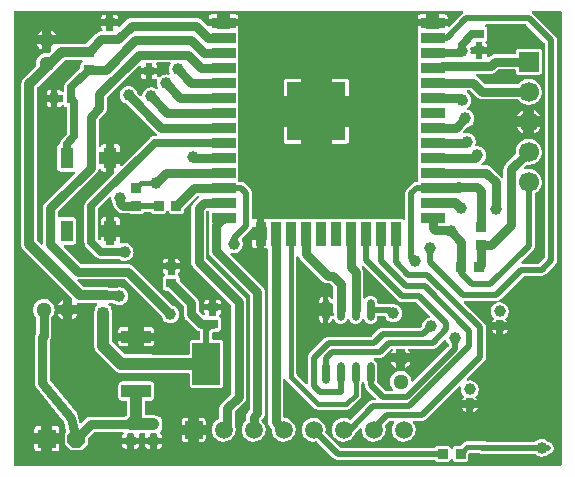
<source format=gtl>
G04 Layer: TopLayer*
G04 Panelize: , Column: 1, Row: 1, Board Size: 1.85inch x 1.54inch, Panelized Board Size: 1.85inch x 1.54inch*
G04 EasyEDA v6.5.48, 2025-03-06 20:58:06*
G04 bc0108e7a25f4f9495a06a5a4f8deb47,84066bfdb5964fb78f634a0d0c1972bb,10*
G04 Gerber Generator version 0.2*
G04 Scale: 100 percent, Rotated: No, Reflected: No *
G04 Dimensions in inches *
G04 leading zeros omitted , absolute positions ,3 integer and 6 decimal *
%FSLAX36Y36*%
%MOIN*%

%AMMACRO1*21,1,$1,$2,0,0,$3*%
%AMMACRO2*4,1,8,-0.0291,0.012,-0.0121,0.0291,0.0121,0.0291,0.0291,0.012,0.0291,-0.012,0.0121,-0.0291,-0.0121,-0.0291,-0.0291,-0.012,-0.0291,0.012,0*%
%ADD10C,0.0200*%
%ADD11C,0.0174*%
%ADD12C,0.0339*%
%ADD13C,0.0300*%
%ADD14C,0.0400*%
%ADD15C,0.0250*%
%ADD16C,0.0180*%
%ADD17C,0.0394*%
%ADD18C,0.0194*%
%ADD19C,0.0197*%
%ADD20C,0.0335*%
%ADD21MACRO1,0.034X0.0318X90.0000*%
%ADD22R,0.0354X0.0315*%
%ADD23R,0.0787X0.0354*%
%ADD24R,0.0354X0.0787*%
%ADD25R,0.1968X0.1968*%
%ADD26O,0.024803000000000002X0.073425*%
%ADD27R,0.0315X0.0354*%
%ADD28MACRO1,0.034X0.0318X0.0000*%
%ADD29R,0.0340X0.0318*%
%ADD30R,0.0433X0.0709*%
%ADD31R,0.0984X0.0433*%
%ADD32MACRO1,0.1417X0.0921X90.0000*%
%ADD33MACRO1,0.034X0.0318X-90.0000*%
%ADD34MACRO1,0.063X0.063X0.0000*%
%ADD35MACRO2*%
%ADD36MACRO1,0.0591X0.0591X0.0000*%
%ADD37C,0.0591*%
%ADD38C,0.0512*%
%ADD39R,0.0669X0.0669*%
%ADD40C,0.0669*%
%ADD41C,0.0155*%

%LPD*%
G36*
X1706800Y683900D02*
G01*
X1705260Y684200D01*
X1703980Y685080D01*
X1703100Y686360D01*
X1702800Y687900D01*
X1703100Y689440D01*
X1703980Y690720D01*
X1741160Y727900D01*
X1742400Y729280D01*
X1743480Y730680D01*
X1744420Y732159D01*
X1745240Y733720D01*
X1745900Y735340D01*
X1746440Y737020D01*
X1746819Y738740D01*
X1747040Y740500D01*
X1747140Y742340D01*
X1747140Y915720D01*
X1747340Y917020D01*
X1747980Y918180D01*
X1748940Y919080D01*
X1753040Y921740D01*
X1757300Y925360D01*
X1761060Y929520D01*
X1764259Y934100D01*
X1766840Y939060D01*
X1768779Y944300D01*
X1770020Y949760D01*
X1770560Y955340D01*
X1770380Y960920D01*
X1769480Y966440D01*
X1767900Y971800D01*
X1765640Y976919D01*
X1762740Y981700D01*
X1759240Y986080D01*
X1755220Y989980D01*
X1750740Y993319D01*
X1745860Y996060D01*
X1740680Y998160D01*
X1735280Y999580D01*
X1729720Y1000300D01*
X1724120Y1000300D01*
X1718580Y999580D01*
X1715020Y998640D01*
X1713300Y998580D01*
X1711699Y999260D01*
X1710540Y1000520D01*
X1710020Y1002180D01*
X1710260Y1003880D01*
X1711180Y1005340D01*
X1718120Y1012280D01*
X1719540Y1013199D01*
X1721200Y1013439D01*
X1726920Y1013080D01*
X1732500Y1013439D01*
X1738000Y1014500D01*
X1743300Y1016260D01*
X1748340Y1018700D01*
X1753040Y1021740D01*
X1757300Y1025360D01*
X1761060Y1029520D01*
X1764259Y1034100D01*
X1766840Y1039060D01*
X1768779Y1044300D01*
X1770020Y1049760D01*
X1770560Y1055340D01*
X1770380Y1060920D01*
X1769480Y1066440D01*
X1767900Y1071800D01*
X1765640Y1076920D01*
X1762740Y1081700D01*
X1759240Y1086080D01*
X1755220Y1089980D01*
X1750740Y1093320D01*
X1745860Y1096060D01*
X1740680Y1098160D01*
X1735280Y1099580D01*
X1729720Y1100300D01*
X1724120Y1100300D01*
X1718580Y1099580D01*
X1713180Y1098160D01*
X1707980Y1096060D01*
X1703120Y1093320D01*
X1698620Y1089980D01*
X1694600Y1086080D01*
X1691120Y1081700D01*
X1688220Y1076920D01*
X1685960Y1071800D01*
X1684360Y1066440D01*
X1683480Y1060920D01*
X1683300Y1055340D01*
X1683700Y1051200D01*
X1683480Y1049460D01*
X1682540Y1047980D01*
X1650180Y1015620D01*
X1647980Y1013120D01*
X1647460Y1012420D01*
X1645300Y1008860D01*
X1643779Y1004980D01*
X1643040Y1001780D01*
X1642700Y997580D01*
X1642700Y973199D01*
X1642380Y971640D01*
X1641480Y970320D01*
X1640120Y969460D01*
X1638540Y969200D01*
X1637000Y969599D01*
X1635720Y970560D01*
X1633940Y972560D01*
X1601920Y1004580D01*
X1599440Y1006780D01*
X1598740Y1007300D01*
X1595940Y1009040D01*
X1595160Y1009440D01*
X1592120Y1010699D01*
X1591300Y1010960D01*
X1587220Y1011840D01*
X1583899Y1012039D01*
X1573080Y1012039D01*
X1571420Y1012400D01*
X1570060Y1013420D01*
X1569240Y1014900D01*
X1569120Y1016600D01*
X1569700Y1018199D01*
X1570900Y1019400D01*
X1574120Y1021480D01*
X1577540Y1024520D01*
X1580440Y1028060D01*
X1582780Y1031979D01*
X1584500Y1036220D01*
X1585540Y1040680D01*
X1585880Y1045240D01*
X1585540Y1049800D01*
X1584500Y1054260D01*
X1582780Y1058500D01*
X1580440Y1062420D01*
X1577540Y1065960D01*
X1574120Y1069000D01*
X1570280Y1071480D01*
X1566100Y1073360D01*
X1561699Y1074560D01*
X1557160Y1075100D01*
X1552760Y1074920D01*
X1551180Y1075180D01*
X1549840Y1076020D01*
X1548940Y1077320D01*
X1548600Y1078860D01*
X1548880Y1080420D01*
X1549280Y1081360D01*
X1550320Y1085820D01*
X1550660Y1090380D01*
X1550320Y1094940D01*
X1549280Y1099400D01*
X1547560Y1103640D01*
X1545220Y1107560D01*
X1542320Y1111100D01*
X1538899Y1114140D01*
X1535060Y1116620D01*
X1530880Y1118500D01*
X1526480Y1119700D01*
X1521940Y1120240D01*
X1517360Y1120060D01*
X1513440Y1119300D01*
X1511740Y1119320D01*
X1510220Y1120060D01*
X1509139Y1121340D01*
X1508680Y1122960D01*
X1508940Y1124640D01*
X1509840Y1126040D01*
X1521740Y1137940D01*
X1522560Y1138560D01*
X1523500Y1138960D01*
X1526040Y1139660D01*
X1530220Y1141540D01*
X1534040Y1144020D01*
X1537460Y1147060D01*
X1540380Y1150600D01*
X1542720Y1154520D01*
X1544420Y1158760D01*
X1545460Y1163220D01*
X1545820Y1167780D01*
X1545460Y1172340D01*
X1544420Y1176800D01*
X1542720Y1181040D01*
X1540380Y1184960D01*
X1537460Y1188500D01*
X1534040Y1191540D01*
X1530220Y1194020D01*
X1526040Y1195900D01*
X1523120Y1196700D01*
X1521759Y1197380D01*
X1520740Y1198500D01*
X1520240Y1199940D01*
X1520280Y1201460D01*
X1520920Y1202860D01*
X1522020Y1203900D01*
X1523820Y1205080D01*
X1527240Y1208120D01*
X1530140Y1211660D01*
X1532480Y1215580D01*
X1534199Y1219820D01*
X1535240Y1224280D01*
X1535580Y1228840D01*
X1535240Y1233400D01*
X1534199Y1237860D01*
X1532480Y1242100D01*
X1530140Y1246020D01*
X1527240Y1249560D01*
X1523820Y1252600D01*
X1521220Y1254280D01*
X1520020Y1255480D01*
X1519440Y1257080D01*
X1519560Y1258780D01*
X1520380Y1260260D01*
X1521740Y1261280D01*
X1523400Y1261640D01*
X1529319Y1261640D01*
X1530840Y1261340D01*
X1532140Y1260460D01*
X1553620Y1239000D01*
X1556100Y1236800D01*
X1556800Y1236280D01*
X1560380Y1234120D01*
X1564240Y1232600D01*
X1567460Y1231860D01*
X1571639Y1231520D01*
X1689300Y1231520D01*
X1690560Y1231320D01*
X1691699Y1230740D01*
X1696560Y1225360D01*
X1700820Y1221740D01*
X1705500Y1218700D01*
X1710540Y1216260D01*
X1715860Y1214500D01*
X1721339Y1213440D01*
X1726920Y1213080D01*
X1732500Y1213440D01*
X1738000Y1214500D01*
X1743300Y1216260D01*
X1748340Y1218700D01*
X1753040Y1221740D01*
X1757300Y1225360D01*
X1761060Y1229520D01*
X1764259Y1234100D01*
X1766840Y1239060D01*
X1768779Y1244300D01*
X1770020Y1249760D01*
X1770560Y1255340D01*
X1770380Y1260920D01*
X1769480Y1266440D01*
X1767900Y1271800D01*
X1765640Y1276920D01*
X1762740Y1281699D01*
X1759240Y1286080D01*
X1755220Y1289980D01*
X1750740Y1293320D01*
X1745860Y1296060D01*
X1740680Y1298160D01*
X1735280Y1299580D01*
X1729720Y1300300D01*
X1724120Y1300300D01*
X1718580Y1299580D01*
X1713180Y1298160D01*
X1707980Y1296060D01*
X1703120Y1293320D01*
X1698620Y1289980D01*
X1694600Y1286080D01*
X1692500Y1283440D01*
X1691620Y1282620D01*
X1690560Y1282100D01*
X1689379Y1281920D01*
X1583620Y1281920D01*
X1582080Y1282240D01*
X1580780Y1283100D01*
X1559319Y1304580D01*
X1556819Y1306780D01*
X1556120Y1307300D01*
X1552840Y1309300D01*
X1551480Y1310420D01*
X1550760Y1312020D01*
X1550780Y1313779D01*
X1551560Y1315360D01*
X1552960Y1316459D01*
X1554660Y1316840D01*
X1599480Y1316840D01*
X1603660Y1317180D01*
X1606860Y1317920D01*
X1607700Y1318180D01*
X1610740Y1319440D01*
X1611519Y1319840D01*
X1614300Y1321579D01*
X1615020Y1322120D01*
X1617500Y1324319D01*
X1623540Y1330360D01*
X1624840Y1331220D01*
X1626380Y1331519D01*
X1679259Y1331519D01*
X1680800Y1331220D01*
X1682100Y1330360D01*
X1682960Y1329060D01*
X1683260Y1327520D01*
X1683260Y1323500D01*
X1683540Y1321000D01*
X1684300Y1318860D01*
X1685500Y1316920D01*
X1687120Y1315320D01*
X1689040Y1314100D01*
X1691200Y1313340D01*
X1693680Y1313060D01*
X1760160Y1313060D01*
X1762660Y1313340D01*
X1764800Y1314100D01*
X1766740Y1315320D01*
X1768340Y1316920D01*
X1769560Y1318860D01*
X1770320Y1321000D01*
X1770600Y1323500D01*
X1770600Y1389960D01*
X1770320Y1392460D01*
X1769560Y1394600D01*
X1768340Y1396540D01*
X1766740Y1398140D01*
X1764800Y1399360D01*
X1762660Y1400120D01*
X1760160Y1400400D01*
X1693680Y1400400D01*
X1691200Y1400120D01*
X1689040Y1399360D01*
X1687120Y1398140D01*
X1685500Y1396540D01*
X1684300Y1394600D01*
X1683540Y1392460D01*
X1683260Y1389960D01*
X1683260Y1385920D01*
X1682960Y1384400D01*
X1682100Y1383100D01*
X1680800Y1382240D01*
X1679259Y1381920D01*
X1614400Y1381920D01*
X1611080Y1381720D01*
X1610220Y1381600D01*
X1607020Y1380860D01*
X1603140Y1379340D01*
X1599580Y1377180D01*
X1598860Y1376660D01*
X1595660Y1373740D01*
X1594300Y1372840D01*
X1592680Y1372580D01*
X1591100Y1372960D01*
X1589800Y1373959D01*
X1589000Y1375400D01*
X1588860Y1377020D01*
X1589019Y1378540D01*
X1589019Y1383700D01*
X1572460Y1383700D01*
X1572460Y1371240D01*
X1572160Y1369720D01*
X1571300Y1368420D01*
X1570000Y1367560D01*
X1568460Y1367240D01*
X1553760Y1367240D01*
X1552220Y1367560D01*
X1550920Y1368420D01*
X1550060Y1369720D01*
X1549760Y1371240D01*
X1549760Y1383700D01*
X1536300Y1383700D01*
X1534880Y1383959D01*
X1533660Y1384680D01*
X1532760Y1385820D01*
X1532320Y1387180D01*
X1532880Y1393740D01*
X1532540Y1398300D01*
X1532240Y1399540D01*
X1532180Y1400960D01*
X1532620Y1402320D01*
X1533500Y1403440D01*
X1534740Y1404180D01*
X1536140Y1404440D01*
X1549760Y1404440D01*
X1549760Y1419240D01*
X1550060Y1420760D01*
X1550920Y1422060D01*
X1552220Y1422940D01*
X1553760Y1423240D01*
X1568460Y1423240D01*
X1570000Y1422940D01*
X1571300Y1422060D01*
X1572160Y1420760D01*
X1572460Y1419240D01*
X1572460Y1404440D01*
X1589019Y1404440D01*
X1589019Y1409600D01*
X1588740Y1412080D01*
X1588000Y1414240D01*
X1586780Y1416160D01*
X1585160Y1417780D01*
X1584420Y1418240D01*
X1583260Y1419340D01*
X1582640Y1420820D01*
X1582640Y1422420D01*
X1583260Y1423899D01*
X1584420Y1425020D01*
X1585160Y1425480D01*
X1586780Y1427100D01*
X1588000Y1429019D01*
X1588740Y1431180D01*
X1589019Y1433660D01*
X1589019Y1464700D01*
X1588740Y1467200D01*
X1588000Y1469340D01*
X1586780Y1471279D01*
X1585160Y1472880D01*
X1583540Y1473920D01*
X1582320Y1475100D01*
X1581699Y1476699D01*
X1581819Y1478400D01*
X1582640Y1479900D01*
X1584000Y1480940D01*
X1585660Y1481300D01*
X1716680Y1481300D01*
X1718200Y1481000D01*
X1719500Y1480120D01*
X1779319Y1420300D01*
X1780200Y1419000D01*
X1780500Y1417480D01*
X1780500Y704820D01*
X1780200Y703300D01*
X1779319Y702000D01*
X1762400Y685080D01*
X1761100Y684200D01*
X1759580Y683900D01*
G37*

%LPC*%
G36*
X1746160Y1117640D02*
G01*
X1748340Y1118700D01*
X1753040Y1121740D01*
X1757300Y1125360D01*
X1761060Y1129520D01*
X1764259Y1134100D01*
X1766040Y1137500D01*
X1746160Y1137500D01*
G37*
G36*
X1707700Y1117640D02*
G01*
X1707700Y1137500D01*
X1687820Y1137500D01*
X1689600Y1134100D01*
X1692800Y1129520D01*
X1696560Y1125360D01*
X1700820Y1121740D01*
X1705500Y1118700D01*
G37*
G36*
X1687800Y1175960D02*
G01*
X1707700Y1175960D01*
X1707700Y1195900D01*
X1703120Y1193320D01*
X1698620Y1189980D01*
X1694600Y1186080D01*
X1691120Y1181700D01*
X1688220Y1176920D01*
G37*
G36*
X1746160Y1175960D02*
G01*
X1766060Y1175960D01*
X1765640Y1176920D01*
X1762740Y1181700D01*
X1759240Y1186080D01*
X1755220Y1189980D01*
X1750740Y1193320D01*
X1746160Y1195900D01*
G37*

%LPD*%
G36*
X986060Y282300D02*
G01*
X984520Y282600D01*
X983220Y283480D01*
X953760Y312940D01*
X952900Y314240D01*
X952600Y315760D01*
X952600Y705100D01*
X952880Y706620D01*
X953740Y707900D01*
X955000Y708780D01*
X956500Y709100D01*
X958020Y708840D01*
X959320Y708020D01*
X960220Y706760D01*
X961240Y704560D01*
X962940Y701840D01*
X963460Y701140D01*
X965660Y698640D01*
X1038900Y625400D01*
X1041400Y623200D01*
X1042099Y622680D01*
X1044900Y620940D01*
X1045680Y620540D01*
X1048700Y619280D01*
X1049540Y619000D01*
X1052740Y618260D01*
X1053620Y618140D01*
X1056940Y617940D01*
X1061820Y617940D01*
X1063340Y617640D01*
X1064640Y616760D01*
X1073440Y607960D01*
X1074300Y606680D01*
X1074620Y605140D01*
X1074620Y570820D01*
X1074300Y569260D01*
X1073400Y567940D01*
X1072060Y567080D01*
X1070500Y566820D01*
X1068960Y567180D01*
X1067660Y568100D01*
X1065100Y570880D01*
X1062160Y573180D01*
X1058880Y574940D01*
X1058500Y575080D01*
X1058500Y550800D01*
X1070600Y550800D01*
X1072140Y550500D01*
X1073440Y549640D01*
X1074300Y548340D01*
X1074620Y546800D01*
X1074620Y530100D01*
X1074960Y525780D01*
X1075980Y521760D01*
X1076880Y519739D01*
X1077200Y518140D01*
X1077200Y513100D01*
X1076900Y511560D01*
X1076040Y510260D01*
X1074740Y509400D01*
X1073200Y509099D01*
X1058500Y509099D01*
X1058500Y484820D01*
X1058880Y484960D01*
X1062160Y486740D01*
X1065100Y489020D01*
X1067640Y491760D01*
X1069680Y494900D01*
X1071140Y498240D01*
X1072020Y499500D01*
X1073300Y500340D01*
X1074800Y500640D01*
X1076320Y500340D01*
X1077600Y499500D01*
X1078480Y498240D01*
X1079940Y494900D01*
X1081980Y491760D01*
X1084520Y489020D01*
X1087460Y486740D01*
X1090740Y484960D01*
X1094260Y483740D01*
X1097940Y483140D01*
X1101680Y483140D01*
X1105360Y483740D01*
X1108880Y484960D01*
X1112160Y486740D01*
X1115100Y489020D01*
X1117640Y491760D01*
X1119680Y494900D01*
X1121140Y498240D01*
X1122020Y499500D01*
X1123300Y500340D01*
X1124800Y500640D01*
X1126320Y500340D01*
X1127600Y499500D01*
X1128480Y498240D01*
X1129940Y494900D01*
X1131980Y491760D01*
X1134520Y489020D01*
X1137460Y486740D01*
X1140740Y484960D01*
X1144260Y483740D01*
X1147940Y483140D01*
X1151680Y483140D01*
X1155360Y483740D01*
X1158880Y484960D01*
X1162160Y486740D01*
X1165100Y489020D01*
X1167640Y491760D01*
X1169680Y494900D01*
X1171140Y498240D01*
X1172020Y499500D01*
X1173300Y500340D01*
X1174800Y500640D01*
X1176320Y500340D01*
X1177600Y499500D01*
X1178480Y498240D01*
X1179940Y494900D01*
X1181980Y491760D01*
X1184520Y489020D01*
X1187460Y486740D01*
X1190740Y484960D01*
X1194260Y483740D01*
X1197940Y483140D01*
X1201680Y483140D01*
X1205360Y483740D01*
X1208880Y484960D01*
X1212160Y486740D01*
X1215100Y489020D01*
X1217640Y491760D01*
X1219680Y494900D01*
X1221180Y498300D01*
X1222080Y501920D01*
X1222420Y506060D01*
X1222820Y507500D01*
X1223700Y508680D01*
X1224960Y509460D01*
X1226420Y509739D01*
X1244200Y509739D01*
X1245640Y509480D01*
X1246900Y508700D01*
X1247780Y507520D01*
X1249940Y503180D01*
X1252560Y499440D01*
X1255740Y496140D01*
X1259380Y493360D01*
X1263380Y491180D01*
X1267700Y489640D01*
X1272180Y488760D01*
X1276760Y488579D01*
X1281300Y489120D01*
X1285700Y490319D01*
X1289880Y492200D01*
X1293720Y494680D01*
X1297140Y497720D01*
X1300040Y501260D01*
X1302380Y505180D01*
X1304100Y509420D01*
X1305140Y513880D01*
X1305480Y518440D01*
X1305140Y523000D01*
X1304100Y527460D01*
X1302380Y531700D01*
X1300040Y535620D01*
X1297140Y539160D01*
X1293720Y542200D01*
X1289880Y544680D01*
X1285700Y546560D01*
X1281300Y547760D01*
X1276760Y548300D01*
X1273680Y548180D01*
X1271880Y548520D01*
X1270960Y548940D01*
X1269340Y549460D01*
X1267620Y549840D01*
X1265860Y550060D01*
X1264020Y550140D01*
X1226420Y550140D01*
X1224960Y550420D01*
X1223700Y551200D01*
X1222820Y552400D01*
X1222420Y553820D01*
X1222080Y557980D01*
X1221180Y561600D01*
X1219680Y565020D01*
X1217640Y568140D01*
X1215100Y570880D01*
X1212160Y573180D01*
X1208880Y574940D01*
X1205360Y576160D01*
X1201680Y576780D01*
X1197940Y576780D01*
X1194260Y576160D01*
X1190740Y574940D01*
X1187460Y573180D01*
X1184520Y570880D01*
X1181960Y568100D01*
X1180660Y567180D01*
X1179120Y566820D01*
X1177560Y567080D01*
X1176220Y567940D01*
X1175320Y569260D01*
X1175020Y570820D01*
X1175020Y655920D01*
X1174800Y659260D01*
X1174680Y660120D01*
X1173940Y663319D01*
X1172460Y667099D01*
X1170980Y669620D01*
X1170480Y671160D01*
X1170620Y672800D01*
X1171400Y674220D01*
X1172700Y675220D01*
X1174300Y675620D01*
X1175900Y675340D01*
X1177280Y674460D01*
X1291540Y560080D01*
X1292920Y558820D01*
X1294300Y557760D01*
X1295800Y556800D01*
X1297360Y556000D01*
X1299000Y555320D01*
X1300660Y554800D01*
X1302400Y554420D01*
X1304139Y554180D01*
X1305980Y554100D01*
X1351279Y554100D01*
X1352800Y553800D01*
X1354100Y552920D01*
X1396840Y510180D01*
X1397780Y508740D01*
X1398000Y507040D01*
X1397500Y505400D01*
X1396360Y504120D01*
X1394780Y503440D01*
X1391759Y502840D01*
X1387460Y501300D01*
X1383440Y499120D01*
X1379800Y496340D01*
X1376639Y493040D01*
X1374000Y489300D01*
X1371980Y485200D01*
X1370600Y480840D01*
X1369900Y476320D01*
X1369900Y474200D01*
X1369580Y472660D01*
X1368560Y471220D01*
X1367280Y470340D01*
X1365740Y470040D01*
X1240080Y470040D01*
X1238260Y469960D01*
X1236520Y469739D01*
X1234820Y469360D01*
X1233140Y468840D01*
X1231540Y468160D01*
X1229980Y467360D01*
X1228500Y466420D01*
X1227120Y465360D01*
X1225760Y464120D01*
X1202860Y441220D01*
X1201580Y440340D01*
X1200040Y440040D01*
X1060080Y440040D01*
X1058260Y439960D01*
X1056520Y439739D01*
X1054820Y439360D01*
X1053140Y438840D01*
X1051540Y438160D01*
X1049980Y437360D01*
X1048500Y436420D01*
X1047120Y435360D01*
X1045759Y434120D01*
X995980Y384340D01*
X994740Y382980D01*
X993680Y381599D01*
X992740Y380120D01*
X991940Y378560D01*
X991260Y376960D01*
X990740Y375280D01*
X990360Y373579D01*
X990140Y371840D01*
X990060Y370020D01*
X990060Y286300D01*
X989760Y284760D01*
X988880Y283480D01*
X987580Y282600D01*
G37*

%LPC*%
G36*
X1041100Y484820D02*
G01*
X1041100Y509099D01*
X1027200Y509099D01*
X1027200Y505800D01*
X1027520Y501920D01*
X1028439Y498300D01*
X1029940Y494900D01*
X1031979Y491760D01*
X1034520Y489020D01*
X1037460Y486740D01*
G37*
G36*
X1027200Y550800D02*
G01*
X1041100Y550800D01*
X1041100Y575080D01*
X1037460Y573180D01*
X1034520Y570880D01*
X1031979Y568140D01*
X1029940Y565020D01*
X1028439Y561600D01*
X1027520Y557980D01*
X1027200Y554100D01*
G37*

%LPD*%
G36*
X1249960Y260040D02*
G01*
X1248420Y260340D01*
X1247140Y261220D01*
X1222800Y285540D01*
X1222000Y286660D01*
X1221640Y288000D01*
X1221740Y289360D01*
X1222080Y290700D01*
X1222420Y294580D01*
X1222420Y342879D01*
X1222080Y346760D01*
X1221180Y350379D01*
X1219680Y353800D01*
X1217640Y356920D01*
X1215100Y359660D01*
X1212160Y361960D01*
X1211560Y362280D01*
X1210240Y363440D01*
X1209540Y365040D01*
X1209580Y366780D01*
X1210380Y368340D01*
X1211760Y369420D01*
X1213460Y369799D01*
X1229920Y369799D01*
X1231760Y369880D01*
X1233500Y370120D01*
X1235220Y370500D01*
X1236900Y371019D01*
X1238540Y371700D01*
X1240100Y372500D01*
X1241580Y373459D01*
X1242980Y374520D01*
X1244340Y375780D01*
X1267200Y398620D01*
X1268500Y399500D01*
X1270380Y399799D01*
X1271880Y399500D01*
X1273160Y398680D01*
X1274040Y397420D01*
X1274380Y395940D01*
X1274140Y394440D01*
X1273360Y393120D01*
X1271800Y391400D01*
X1269020Y387260D01*
X1267740Y384660D01*
X1284700Y384660D01*
X1284700Y395800D01*
X1285000Y397340D01*
X1285880Y398620D01*
X1287180Y399500D01*
X1288700Y399799D01*
X1311300Y399799D01*
X1312820Y399500D01*
X1314120Y398620D01*
X1315000Y397340D01*
X1315300Y395800D01*
X1315300Y384660D01*
X1332260Y384660D01*
X1330980Y387260D01*
X1328200Y391400D01*
X1326639Y393120D01*
X1325860Y394440D01*
X1325620Y395940D01*
X1325960Y397420D01*
X1326840Y398680D01*
X1328120Y399500D01*
X1329620Y399799D01*
X1406920Y399799D01*
X1408760Y399880D01*
X1410500Y400120D01*
X1412220Y400500D01*
X1413899Y401019D01*
X1415540Y401700D01*
X1417100Y402500D01*
X1418580Y403459D01*
X1419980Y404520D01*
X1421339Y405780D01*
X1444820Y429240D01*
X1446180Y430140D01*
X1447780Y430420D01*
X1449360Y430040D01*
X1450660Y429040D01*
X1451459Y427620D01*
X1452200Y425280D01*
X1454240Y421180D01*
X1456860Y417440D01*
X1458740Y415480D01*
X1459560Y414200D01*
X1459860Y412700D01*
X1459860Y409860D01*
X1459560Y408320D01*
X1458680Y407040D01*
X1342440Y290780D01*
X1341160Y289920D01*
X1339660Y289620D01*
X1338140Y289900D01*
X1336860Y290720D01*
X1335960Y291980D01*
X1335620Y293480D01*
X1335580Y294380D01*
X1334720Y299280D01*
X1333180Y304040D01*
X1330980Y308520D01*
X1328200Y312660D01*
X1324860Y316360D01*
X1321040Y319580D01*
X1316800Y322220D01*
X1312240Y324260D01*
X1307440Y325620D01*
X1302500Y326320D01*
X1297500Y326320D01*
X1292560Y325620D01*
X1287760Y324260D01*
X1283200Y322220D01*
X1278960Y319580D01*
X1275140Y316360D01*
X1271800Y312660D01*
X1269020Y308520D01*
X1266820Y304040D01*
X1265280Y299280D01*
X1264420Y294380D01*
X1264240Y289380D01*
X1264760Y284420D01*
X1265980Y279580D01*
X1267840Y274940D01*
X1270340Y270620D01*
X1273560Y266500D01*
X1274300Y264900D01*
X1274300Y263120D01*
X1273520Y261540D01*
X1272120Y260440D01*
X1270400Y260040D01*
G37*

%LPC*%
G36*
X1315300Y337080D02*
G01*
X1318959Y339020D01*
X1323000Y341960D01*
X1326600Y345420D01*
X1329660Y349360D01*
X1332160Y353680D01*
X1332320Y354080D01*
X1315300Y354080D01*
G37*
G36*
X1284700Y337080D02*
G01*
X1284700Y354080D01*
X1267680Y354080D01*
X1267840Y353680D01*
X1270340Y349360D01*
X1273400Y345420D01*
X1277000Y341960D01*
X1281040Y339020D01*
G37*

%LPD*%
G36*
X14200Y10200D02*
G01*
X12660Y10500D01*
X11379Y11379D01*
X10500Y12660D01*
X10200Y14200D01*
X10200Y1521220D01*
X10500Y1522760D01*
X11379Y1524060D01*
X12660Y1524920D01*
X14200Y1525220D01*
X1505000Y1525220D01*
X1506600Y1524900D01*
X1507940Y1523940D01*
X1508779Y1522520D01*
X1508980Y1520880D01*
X1508500Y1519300D01*
X1507440Y1518060D01*
X1506020Y1516980D01*
X1504660Y1515720D01*
X1463200Y1474280D01*
X1461920Y1473420D01*
X1460420Y1473100D01*
X1458899Y1473380D01*
X1457600Y1474220D01*
X1456720Y1475480D01*
X1429000Y1475480D01*
X1429000Y1468760D01*
X1428680Y1467220D01*
X1427820Y1465920D01*
X1426519Y1465060D01*
X1425000Y1464760D01*
X1388620Y1464760D01*
X1387100Y1465060D01*
X1385800Y1465920D01*
X1384920Y1467220D01*
X1384620Y1468760D01*
X1384620Y1475480D01*
X1357240Y1475480D01*
X1357240Y1469340D01*
X1357520Y1466860D01*
X1358260Y1464700D01*
X1358740Y1463959D01*
X1359280Y1462580D01*
X1359280Y1461100D01*
X1358740Y1459720D01*
X1358260Y1458980D01*
X1357520Y1456819D01*
X1357240Y1454340D01*
X1357240Y1419340D01*
X1357520Y1416860D01*
X1358260Y1414700D01*
X1358740Y1413959D01*
X1359280Y1412580D01*
X1359280Y1411100D01*
X1358740Y1409720D01*
X1358260Y1408980D01*
X1357520Y1406819D01*
X1357240Y1404340D01*
X1357240Y1369340D01*
X1357520Y1366860D01*
X1358260Y1364700D01*
X1358740Y1363959D01*
X1359280Y1362580D01*
X1359280Y1361100D01*
X1358740Y1359720D01*
X1358260Y1358980D01*
X1357520Y1356819D01*
X1357240Y1354340D01*
X1357240Y1319340D01*
X1357520Y1316860D01*
X1358260Y1314700D01*
X1358740Y1313959D01*
X1359280Y1312580D01*
X1359280Y1311100D01*
X1358740Y1309720D01*
X1358260Y1308980D01*
X1357520Y1306819D01*
X1357240Y1304340D01*
X1357240Y1269340D01*
X1357520Y1266860D01*
X1358260Y1264700D01*
X1358740Y1263960D01*
X1359280Y1262580D01*
X1359280Y1261100D01*
X1358740Y1259720D01*
X1358260Y1258980D01*
X1357520Y1256820D01*
X1357240Y1254340D01*
X1357240Y1219340D01*
X1357520Y1216860D01*
X1358260Y1214700D01*
X1358740Y1213960D01*
X1359280Y1212580D01*
X1359280Y1211100D01*
X1358740Y1209700D01*
X1358280Y1208960D01*
X1357520Y1206820D01*
X1357240Y1204320D01*
X1357240Y1169340D01*
X1357520Y1166860D01*
X1358280Y1164700D01*
X1358740Y1163960D01*
X1359280Y1162580D01*
X1359280Y1161100D01*
X1358740Y1159720D01*
X1358260Y1158980D01*
X1357520Y1156820D01*
X1357240Y1154340D01*
X1357240Y1119340D01*
X1357520Y1116860D01*
X1358260Y1114700D01*
X1358740Y1113960D01*
X1359280Y1112580D01*
X1359280Y1111100D01*
X1358740Y1109720D01*
X1358260Y1108980D01*
X1357520Y1106820D01*
X1357240Y1104340D01*
X1357240Y1069340D01*
X1357520Y1066860D01*
X1358260Y1064700D01*
X1358740Y1063960D01*
X1359280Y1062580D01*
X1359280Y1061100D01*
X1358740Y1059720D01*
X1358260Y1058980D01*
X1357520Y1056820D01*
X1357240Y1054340D01*
X1357240Y1019340D01*
X1357520Y1016860D01*
X1358260Y1014700D01*
X1358740Y1013960D01*
X1359280Y1012580D01*
X1359280Y1011100D01*
X1358740Y1009720D01*
X1358260Y1008980D01*
X1357520Y1006820D01*
X1357240Y1004340D01*
X1357240Y969340D01*
X1357520Y966860D01*
X1358260Y964700D01*
X1358740Y963960D01*
X1359280Y962580D01*
X1359280Y961100D01*
X1358740Y959720D01*
X1357380Y957940D01*
X1356240Y957300D01*
X1354980Y957039D01*
X1352220Y956960D01*
X1350500Y956720D01*
X1348779Y956340D01*
X1347100Y955819D01*
X1345480Y955140D01*
X1343920Y954340D01*
X1342440Y953379D01*
X1341040Y952320D01*
X1339660Y951060D01*
X1321579Y932980D01*
X1320340Y931620D01*
X1319259Y930220D01*
X1318320Y928740D01*
X1317500Y927159D01*
X1316840Y925540D01*
X1316300Y923860D01*
X1315920Y922140D01*
X1315700Y920400D01*
X1315620Y918540D01*
X1315620Y832500D01*
X1315300Y830980D01*
X1314440Y829680D01*
X1313140Y828800D01*
X1311620Y828500D01*
X1310080Y828800D01*
X1308779Y829680D01*
X1307440Y831020D01*
X1305500Y832240D01*
X1303360Y832980D01*
X1300860Y833259D01*
X1265880Y833259D01*
X1263400Y832980D01*
X1261240Y832240D01*
X1260500Y831760D01*
X1259120Y831220D01*
X1257640Y831220D01*
X1256240Y831760D01*
X1255500Y832240D01*
X1253360Y832980D01*
X1250860Y833259D01*
X1215880Y833259D01*
X1213400Y832980D01*
X1211240Y832240D01*
X1210500Y831760D01*
X1209120Y831220D01*
X1207640Y831220D01*
X1206240Y831760D01*
X1205500Y832240D01*
X1203360Y832980D01*
X1200860Y833259D01*
X1165880Y833259D01*
X1163400Y832980D01*
X1161240Y832240D01*
X1160500Y831760D01*
X1159120Y831220D01*
X1157640Y831220D01*
X1156240Y831760D01*
X1155500Y832240D01*
X1153360Y832980D01*
X1150860Y833259D01*
X1115880Y833259D01*
X1113400Y832980D01*
X1111240Y832240D01*
X1110520Y831760D01*
X1109120Y831220D01*
X1107640Y831220D01*
X1106260Y831760D01*
X1105520Y832240D01*
X1103360Y832980D01*
X1100880Y833259D01*
X1065900Y833259D01*
X1063400Y832980D01*
X1061260Y832240D01*
X1060520Y831760D01*
X1059120Y831220D01*
X1057640Y831220D01*
X1056260Y831760D01*
X1055520Y832240D01*
X1053360Y832980D01*
X1050880Y833259D01*
X1015900Y833259D01*
X1013400Y832980D01*
X1011260Y832240D01*
X1010520Y831760D01*
X1009120Y831220D01*
X1007640Y831220D01*
X1006260Y831760D01*
X1005520Y832240D01*
X1003360Y832980D01*
X1000879Y833259D01*
X965900Y833259D01*
X963400Y832980D01*
X961260Y832240D01*
X960520Y831760D01*
X959120Y831220D01*
X957640Y831220D01*
X956260Y831760D01*
X955520Y832240D01*
X953360Y832980D01*
X950879Y833259D01*
X915900Y833259D01*
X913400Y832980D01*
X911260Y832240D01*
X910520Y831760D01*
X909120Y831220D01*
X907640Y831220D01*
X906260Y831760D01*
X905520Y832240D01*
X903360Y832980D01*
X900879Y833259D01*
X865900Y833259D01*
X863400Y832980D01*
X861260Y832240D01*
X860520Y831760D01*
X859120Y831220D01*
X857640Y831220D01*
X856260Y831760D01*
X855520Y832240D01*
X853360Y832980D01*
X850879Y833259D01*
X844740Y833259D01*
X844740Y805879D01*
X851460Y805879D01*
X853000Y805580D01*
X854300Y804720D01*
X855160Y803420D01*
X855460Y801880D01*
X855460Y765520D01*
X855160Y763980D01*
X854300Y762680D01*
X853000Y761820D01*
X851460Y761520D01*
X844740Y761520D01*
X844740Y734120D01*
X850879Y734120D01*
X853740Y734460D01*
X855400Y734280D01*
X856860Y733460D01*
X857840Y732099D01*
X858180Y730480D01*
X858180Y156740D01*
X858520Y152540D01*
X859260Y149340D01*
X860780Y145460D01*
X861180Y144700D01*
X862940Y141900D01*
X863460Y141200D01*
X865660Y138700D01*
X869260Y135100D01*
X870180Y133680D01*
X870420Y132020D01*
X870280Y130000D01*
X870639Y124700D01*
X871700Y119500D01*
X873439Y114500D01*
X875819Y109760D01*
X878820Y105380D01*
X882380Y101440D01*
X886440Y98020D01*
X890920Y95160D01*
X895720Y92940D01*
X900800Y91359D01*
X906020Y90480D01*
X911320Y90300D01*
X916600Y90840D01*
X921760Y92060D01*
X926720Y93980D01*
X931380Y96519D01*
X935639Y99660D01*
X939460Y103360D01*
X942740Y107520D01*
X945460Y112080D01*
X947520Y116980D01*
X948920Y122080D01*
X949640Y127340D01*
X949640Y132660D01*
X948920Y137920D01*
X947520Y143020D01*
X945460Y147920D01*
X942740Y152480D01*
X939460Y156640D01*
X935639Y160340D01*
X931380Y163480D01*
X926720Y166020D01*
X921760Y167940D01*
X916600Y169160D01*
X912180Y169600D01*
X910780Y170020D01*
X909620Y170900D01*
X908860Y172160D01*
X908580Y173580D01*
X908580Y296020D01*
X908960Y297720D01*
X910040Y299100D01*
X911580Y299900D01*
X913319Y299960D01*
X914920Y299280D01*
X916080Y297980D01*
X917560Y295320D01*
X919940Y292460D01*
X1010180Y202240D01*
X1013120Y200020D01*
X1016280Y198440D01*
X1019680Y197480D01*
X1023400Y197140D01*
X1119860Y197160D01*
X1123500Y197659D01*
X1126860Y198780D01*
X1129960Y200500D01*
X1132820Y202880D01*
X1163900Y234000D01*
X1166120Y236940D01*
X1167700Y240100D01*
X1168660Y243500D01*
X1169020Y247220D01*
X1169020Y281460D01*
X1169180Y282600D01*
X1171140Y287020D01*
X1172020Y288280D01*
X1173300Y289120D01*
X1174800Y289420D01*
X1176320Y289120D01*
X1177600Y288280D01*
X1178480Y287020D01*
X1179420Y284860D01*
X1179760Y283260D01*
X1179840Y278460D01*
X1180060Y276720D01*
X1180440Y275020D01*
X1180960Y273340D01*
X1181640Y271740D01*
X1182440Y270180D01*
X1183380Y268700D01*
X1184440Y267320D01*
X1185680Y265960D01*
X1215880Y235760D01*
X1216760Y234480D01*
X1217060Y232940D01*
X1216760Y231400D01*
X1215880Y230120D01*
X1214580Y229240D01*
X1213060Y228939D01*
X1209100Y228939D01*
X1207240Y228860D01*
X1205500Y228619D01*
X1203780Y228240D01*
X1202100Y227719D01*
X1200480Y227040D01*
X1198920Y226240D01*
X1197420Y225280D01*
X1196020Y224220D01*
X1194660Y222960D01*
X1135960Y164259D01*
X1134520Y163340D01*
X1132840Y163100D01*
X1131200Y163580D01*
X1126720Y166020D01*
X1121760Y167940D01*
X1116600Y169160D01*
X1111320Y169700D01*
X1106020Y169520D01*
X1100800Y168640D01*
X1095720Y167060D01*
X1090920Y164840D01*
X1086440Y161980D01*
X1082380Y158560D01*
X1078820Y154620D01*
X1075820Y150240D01*
X1073440Y145500D01*
X1071700Y140500D01*
X1070640Y135300D01*
X1070280Y130000D01*
X1070640Y124700D01*
X1071700Y119500D01*
X1073440Y114500D01*
X1075820Y109760D01*
X1078820Y105380D01*
X1082380Y101440D01*
X1086440Y98020D01*
X1090920Y95160D01*
X1095720Y92940D01*
X1100800Y91359D01*
X1106020Y90480D01*
X1111320Y90300D01*
X1116600Y90840D01*
X1121760Y92060D01*
X1126720Y93980D01*
X1131380Y96519D01*
X1135640Y99660D01*
X1139460Y103360D01*
X1142740Y107520D01*
X1145460Y112080D01*
X1147520Y116980D01*
X1148280Y119260D01*
X1148920Y120079D01*
X1163580Y134740D01*
X1164920Y135620D01*
X1166500Y135900D01*
X1168060Y135560D01*
X1169360Y134600D01*
X1170180Y133240D01*
X1170400Y131640D01*
X1170280Y130000D01*
X1170640Y124700D01*
X1171700Y119500D01*
X1173440Y114500D01*
X1175820Y109760D01*
X1178820Y105380D01*
X1182380Y101440D01*
X1186440Y98020D01*
X1190920Y95160D01*
X1195720Y92940D01*
X1200800Y91359D01*
X1206020Y90480D01*
X1211320Y90300D01*
X1216600Y90840D01*
X1221760Y92060D01*
X1226720Y93980D01*
X1231380Y96519D01*
X1235640Y99660D01*
X1239460Y103360D01*
X1242740Y107520D01*
X1245460Y112080D01*
X1247520Y116980D01*
X1248920Y122080D01*
X1249640Y127340D01*
X1249640Y132660D01*
X1248920Y137920D01*
X1247820Y141900D01*
X1247700Y143300D01*
X1248060Y144640D01*
X1248860Y145800D01*
X1261700Y158620D01*
X1263000Y159500D01*
X1264520Y159800D01*
X1274800Y159800D01*
X1276480Y159420D01*
X1277840Y158380D01*
X1278640Y156860D01*
X1278740Y155140D01*
X1278080Y153540D01*
X1275820Y150240D01*
X1273440Y145500D01*
X1271700Y140500D01*
X1270640Y135300D01*
X1270280Y130000D01*
X1270640Y124700D01*
X1271700Y119500D01*
X1273440Y114500D01*
X1275820Y109760D01*
X1278820Y105380D01*
X1282380Y101440D01*
X1286440Y98020D01*
X1290920Y95160D01*
X1295720Y92940D01*
X1300800Y91359D01*
X1306020Y90480D01*
X1311320Y90300D01*
X1316600Y90840D01*
X1321759Y92060D01*
X1326720Y93980D01*
X1331380Y96519D01*
X1335640Y99660D01*
X1339460Y103360D01*
X1342740Y107520D01*
X1345460Y112080D01*
X1347520Y116980D01*
X1348920Y122080D01*
X1349640Y127340D01*
X1349640Y132660D01*
X1348920Y137920D01*
X1347520Y143020D01*
X1345460Y147920D01*
X1342740Y152480D01*
X1342080Y153320D01*
X1341320Y154920D01*
X1341320Y156700D01*
X1342100Y158300D01*
X1343480Y159400D01*
X1345220Y159800D01*
X1371519Y159800D01*
X1373360Y159880D01*
X1375100Y160120D01*
X1376819Y160500D01*
X1378500Y161020D01*
X1380140Y161700D01*
X1381699Y162500D01*
X1383180Y163460D01*
X1384580Y164520D01*
X1385940Y165780D01*
X1494000Y273840D01*
X1495420Y274740D01*
X1497080Y275000D01*
X1498700Y274540D01*
X1500000Y273440D01*
X1500720Y271920D01*
X1500760Y270240D01*
X1500320Y268020D01*
X1500140Y263460D01*
X1500680Y258920D01*
X1501879Y254500D01*
X1503760Y250320D01*
X1506240Y246500D01*
X1509340Y243039D01*
X1510380Y241720D01*
X1510780Y240100D01*
X1510500Y238460D01*
X1509560Y237060D01*
X1507700Y235280D01*
X1504920Y231640D01*
X1502800Y227740D01*
X1517660Y227740D01*
X1517660Y231860D01*
X1517920Y233260D01*
X1518660Y234500D01*
X1519780Y235380D01*
X1521140Y235820D01*
X1522560Y235740D01*
X1525440Y235080D01*
X1530000Y234720D01*
X1534560Y235080D01*
X1537440Y235740D01*
X1538860Y235820D01*
X1540220Y235380D01*
X1541339Y234500D01*
X1542080Y233260D01*
X1542340Y231860D01*
X1542340Y227740D01*
X1557200Y227740D01*
X1555080Y231640D01*
X1552300Y235280D01*
X1550440Y237060D01*
X1549500Y238460D01*
X1549220Y240100D01*
X1549620Y241720D01*
X1550720Y243080D01*
X1553760Y246500D01*
X1556240Y250320D01*
X1558120Y254500D01*
X1559319Y258920D01*
X1559860Y263460D01*
X1559680Y268020D01*
X1558800Y272520D01*
X1557260Y276820D01*
X1555080Y280840D01*
X1552300Y284480D01*
X1549000Y287640D01*
X1545260Y290280D01*
X1541160Y292300D01*
X1536800Y293680D01*
X1532280Y294380D01*
X1527720Y294380D01*
X1524240Y293840D01*
X1522580Y293940D01*
X1521100Y294700D01*
X1520060Y296000D01*
X1519640Y297600D01*
X1519900Y299240D01*
X1520800Y300640D01*
X1578120Y357960D01*
X1579379Y359320D01*
X1580440Y360720D01*
X1581399Y362200D01*
X1582200Y363760D01*
X1582880Y365400D01*
X1583400Y367080D01*
X1583779Y368800D01*
X1584019Y370540D01*
X1584100Y372380D01*
X1584100Y471220D01*
X1584019Y473060D01*
X1583779Y474799D01*
X1583400Y476520D01*
X1582880Y478200D01*
X1582200Y479840D01*
X1581399Y481400D01*
X1580440Y482879D01*
X1579379Y484280D01*
X1578120Y485640D01*
X1510800Y552980D01*
X1509920Y554260D01*
X1509620Y555800D01*
X1509920Y557340D01*
X1510800Y558620D01*
X1512100Y559500D01*
X1513620Y559800D01*
X1616879Y559800D01*
X1618600Y559400D01*
X1620000Y558300D01*
X1620760Y556720D01*
X1620780Y554940D01*
X1620020Y553340D01*
X1618640Y552220D01*
X1614740Y550280D01*
X1611000Y547640D01*
X1607700Y544480D01*
X1604920Y540840D01*
X1602740Y536820D01*
X1601200Y532520D01*
X1600320Y528020D01*
X1600140Y523459D01*
X1600680Y518920D01*
X1601879Y514500D01*
X1603760Y510319D01*
X1606240Y506500D01*
X1609340Y503040D01*
X1610380Y501719D01*
X1610780Y500100D01*
X1610500Y498459D01*
X1609560Y497060D01*
X1607700Y495280D01*
X1604920Y491640D01*
X1602800Y487740D01*
X1617660Y487740D01*
X1617660Y491860D01*
X1617920Y493260D01*
X1618660Y494500D01*
X1619780Y495379D01*
X1621140Y495820D01*
X1622560Y495740D01*
X1625440Y495080D01*
X1630000Y494720D01*
X1634560Y495080D01*
X1637440Y495740D01*
X1638860Y495820D01*
X1640220Y495379D01*
X1641339Y494500D01*
X1642080Y493260D01*
X1642340Y491860D01*
X1642340Y487740D01*
X1657200Y487740D01*
X1655080Y491640D01*
X1652300Y495280D01*
X1650440Y497060D01*
X1649500Y498459D01*
X1649220Y500100D01*
X1649620Y501719D01*
X1650720Y503080D01*
X1653760Y506500D01*
X1656240Y510319D01*
X1658120Y514500D01*
X1659319Y518920D01*
X1659860Y523459D01*
X1659680Y528020D01*
X1658800Y532520D01*
X1657260Y536820D01*
X1655080Y540840D01*
X1652300Y544480D01*
X1649000Y547640D01*
X1645260Y550280D01*
X1641160Y552300D01*
X1636800Y553680D01*
X1632280Y554380D01*
X1629940Y554380D01*
X1628220Y554780D01*
X1626840Y555860D01*
X1626060Y557440D01*
X1626020Y559200D01*
X1626740Y560800D01*
X1628100Y561940D01*
X1630680Y563460D01*
X1632080Y564520D01*
X1633440Y565780D01*
X1710000Y642320D01*
X1711300Y643199D01*
X1712820Y643500D01*
X1769520Y643500D01*
X1771360Y643580D01*
X1773100Y643820D01*
X1774820Y644200D01*
X1776500Y644720D01*
X1778140Y645400D01*
X1779700Y646200D01*
X1781180Y647159D01*
X1782580Y648220D01*
X1783940Y649479D01*
X1814920Y680460D01*
X1816180Y681820D01*
X1817240Y683220D01*
X1818200Y684700D01*
X1819000Y686260D01*
X1819680Y687900D01*
X1820200Y689580D01*
X1820580Y691300D01*
X1820820Y693040D01*
X1820900Y694880D01*
X1820900Y1427420D01*
X1820820Y1429259D01*
X1820580Y1431000D01*
X1820200Y1432720D01*
X1819680Y1434400D01*
X1819000Y1436040D01*
X1818200Y1437600D01*
X1817240Y1439079D01*
X1816180Y1440480D01*
X1814920Y1441840D01*
X1741040Y1515720D01*
X1739680Y1516980D01*
X1738260Y1518060D01*
X1737200Y1519300D01*
X1736720Y1520880D01*
X1736920Y1522520D01*
X1737760Y1523940D01*
X1739100Y1524900D01*
X1740700Y1525220D01*
X1832260Y1525220D01*
X1833779Y1524920D01*
X1835080Y1524060D01*
X1835940Y1522760D01*
X1836260Y1521220D01*
X1836260Y14200D01*
X1835940Y12660D01*
X1835080Y11379D01*
X1833779Y10500D01*
X1832260Y10200D01*
G37*

%LPC*%
G36*
X1424700Y22799D02*
G01*
X1456000Y22799D01*
X1458480Y23080D01*
X1460640Y23820D01*
X1462560Y25040D01*
X1464180Y26640D01*
X1465380Y28580D01*
X1466220Y30960D01*
X1467060Y32360D01*
X1468400Y33320D01*
X1470000Y33640D01*
X1471600Y33320D01*
X1472940Y32360D01*
X1473779Y30960D01*
X1474620Y28580D01*
X1475820Y26640D01*
X1477440Y25040D01*
X1479360Y23820D01*
X1481519Y23080D01*
X1484000Y22799D01*
X1515300Y22799D01*
X1517800Y23080D01*
X1519940Y23820D01*
X1521879Y25040D01*
X1523480Y26640D01*
X1524700Y28580D01*
X1525460Y30720D01*
X1525740Y33220D01*
X1525740Y47699D01*
X1526040Y49240D01*
X1526900Y50540D01*
X1528680Y52300D01*
X1529960Y53179D01*
X1531500Y53480D01*
X1557800Y53480D01*
X1558980Y53300D01*
X1563200Y51320D01*
X1566540Y50420D01*
X1570180Y50100D01*
X1746120Y50100D01*
X1747680Y49780D01*
X1749000Y48860D01*
X1750120Y47699D01*
X1753760Y44920D01*
X1757780Y42740D01*
X1762080Y41200D01*
X1766579Y40320D01*
X1771140Y40140D01*
X1775680Y40679D01*
X1780100Y41880D01*
X1784280Y43760D01*
X1788100Y46240D01*
X1791680Y49440D01*
X1792460Y49980D01*
X1793340Y50320D01*
X1797160Y51320D01*
X1800280Y52779D01*
X1803120Y54760D01*
X1805580Y57220D01*
X1807560Y60060D01*
X1809040Y63200D01*
X1809920Y66540D01*
X1810240Y70000D01*
X1809920Y73460D01*
X1809040Y76800D01*
X1807560Y79940D01*
X1805580Y82780D01*
X1803120Y85239D01*
X1800280Y87220D01*
X1797160Y88680D01*
X1793340Y89680D01*
X1792460Y90020D01*
X1791680Y90559D01*
X1788100Y93760D01*
X1784280Y96240D01*
X1780100Y98120D01*
X1775680Y99320D01*
X1771140Y99860D01*
X1766579Y99680D01*
X1762080Y98800D01*
X1757780Y97260D01*
X1753760Y95079D01*
X1750120Y92300D01*
X1749000Y91140D01*
X1747680Y90220D01*
X1746120Y89900D01*
X1587540Y89900D01*
X1586459Y90060D01*
X1583460Y90900D01*
X1579820Y91240D01*
X1521279Y91220D01*
X1517700Y90719D01*
X1514400Y89620D01*
X1511360Y87920D01*
X1508540Y85580D01*
X1501339Y78380D01*
X1500040Y77520D01*
X1498500Y77200D01*
X1484000Y77200D01*
X1481519Y76920D01*
X1479360Y76180D01*
X1477440Y74960D01*
X1475820Y73360D01*
X1474620Y71420D01*
X1473779Y69040D01*
X1472940Y67640D01*
X1471600Y66680D01*
X1470000Y66360D01*
X1468400Y66680D01*
X1467060Y67640D01*
X1466220Y69040D01*
X1465380Y71420D01*
X1464180Y73360D01*
X1462560Y74960D01*
X1460640Y76180D01*
X1458480Y76920D01*
X1456000Y77200D01*
X1424700Y77200D01*
X1422200Y76920D01*
X1420060Y76180D01*
X1418120Y74960D01*
X1416519Y73360D01*
X1415720Y72080D01*
X1414820Y71080D01*
X1413640Y70420D01*
X1412320Y70200D01*
X1100020Y70200D01*
X1098500Y70500D01*
X1097200Y71380D01*
X1050040Y118539D01*
X1049320Y119520D01*
X1048920Y120680D01*
X1048900Y121900D01*
X1049640Y127340D01*
X1049640Y132660D01*
X1048920Y137920D01*
X1047520Y143020D01*
X1045460Y147920D01*
X1042740Y152480D01*
X1039460Y156640D01*
X1035639Y160340D01*
X1031380Y163480D01*
X1026720Y166020D01*
X1021760Y167940D01*
X1016600Y169160D01*
X1011320Y169700D01*
X1006020Y169520D01*
X1000800Y168640D01*
X995720Y167060D01*
X990920Y164840D01*
X986440Y161980D01*
X982380Y158560D01*
X978820Y154620D01*
X975819Y150240D01*
X973439Y145500D01*
X971700Y140500D01*
X970639Y135300D01*
X970280Y130000D01*
X970639Y124700D01*
X971700Y119500D01*
X973439Y114500D01*
X975819Y109760D01*
X978820Y105380D01*
X982380Y101440D01*
X986440Y98020D01*
X990920Y95160D01*
X995720Y92940D01*
X1000800Y91359D01*
X1006020Y90480D01*
X1011320Y90300D01*
X1016600Y90840D01*
X1017660Y91080D01*
X1019000Y91180D01*
X1020300Y90800D01*
X1021420Y90020D01*
X1075660Y35780D01*
X1077020Y34520D01*
X1078420Y33460D01*
X1079900Y32500D01*
X1081460Y31700D01*
X1083100Y31020D01*
X1084780Y30500D01*
X1086500Y30120D01*
X1088240Y29880D01*
X1090080Y29800D01*
X1412320Y29800D01*
X1413640Y29580D01*
X1414820Y28920D01*
X1415720Y27919D01*
X1416519Y26640D01*
X1418120Y25040D01*
X1420060Y23820D01*
X1422200Y23080D01*
G37*
G36*
X139040Y58300D02*
G01*
X152060Y58300D01*
X154540Y58580D01*
X156700Y59340D01*
X158620Y60560D01*
X160240Y62160D01*
X161460Y64100D01*
X162200Y66240D01*
X162480Y68720D01*
X162480Y81760D01*
X139040Y81760D01*
G37*
G36*
X89520Y58300D02*
G01*
X102540Y58300D01*
X102540Y81760D01*
X79100Y81760D01*
X79100Y68720D01*
X79380Y66240D01*
X80120Y64100D01*
X81340Y62160D01*
X82960Y60560D01*
X84880Y59340D01*
X87040Y58580D01*
G37*
G36*
X207360Y60700D02*
G01*
X231080Y60700D01*
X233260Y60920D01*
X235159Y61500D01*
X236920Y62440D01*
X238619Y63820D01*
X255380Y80600D01*
X256780Y82300D01*
X257719Y84060D01*
X258299Y85960D01*
X258520Y88140D01*
X258520Y102020D01*
X258820Y103539D01*
X259680Y104840D01*
X276560Y121720D01*
X277860Y122600D01*
X279400Y122899D01*
X372900Y122899D01*
X374440Y122600D01*
X375740Y121720D01*
X376599Y120440D01*
X376900Y118900D01*
X376599Y117360D01*
X375740Y116080D01*
X374739Y115060D01*
X373519Y113140D01*
X372760Y110980D01*
X372480Y108500D01*
X372480Y103340D01*
X389040Y103340D01*
X389040Y114600D01*
X389440Y116300D01*
X390520Y117700D01*
X392100Y118480D01*
X393860Y118500D01*
X396100Y118040D01*
X399520Y117720D01*
X407780Y117700D01*
X409300Y117380D01*
X410600Y116519D01*
X411460Y115220D01*
X411760Y113699D01*
X411760Y103340D01*
X428320Y103340D01*
X428320Y108500D01*
X428040Y110980D01*
X427560Y112380D01*
X427340Y113880D01*
X427680Y115340D01*
X428560Y116580D01*
X429840Y117400D01*
X431340Y117700D01*
X444960Y117700D01*
X446440Y117400D01*
X447720Y116580D01*
X448600Y115340D01*
X448960Y113880D01*
X448740Y112380D01*
X448180Y110780D01*
X447900Y108300D01*
X447900Y103160D01*
X464460Y103160D01*
X464460Y113699D01*
X464760Y115220D01*
X465620Y116519D01*
X466920Y117400D01*
X468459Y117700D01*
X475660Y117700D01*
X480319Y118040D01*
X482280Y118500D01*
X483700Y118560D01*
X485060Y118120D01*
X486180Y117220D01*
X486920Y116000D01*
X487180Y114600D01*
X487180Y103160D01*
X503720Y103160D01*
X503720Y108300D01*
X503440Y110780D01*
X502700Y112940D01*
X501480Y114860D01*
X499880Y116480D01*
X499120Y116940D01*
X497960Y118059D01*
X497340Y119540D01*
X497340Y121140D01*
X497960Y122620D01*
X499120Y123720D01*
X499880Y124179D01*
X501480Y125800D01*
X502700Y127720D01*
X503440Y129880D01*
X503720Y132360D01*
X503720Y135660D01*
X503900Y136840D01*
X505240Y141180D01*
X505920Y145640D01*
X505920Y150160D01*
X505240Y154620D01*
X503900Y158940D01*
X503720Y160120D01*
X503720Y163420D01*
X503440Y165900D01*
X502700Y168060D01*
X501480Y169980D01*
X499880Y171600D01*
X497939Y172800D01*
X495800Y173560D01*
X493300Y173840D01*
X491120Y173980D01*
X488900Y175100D01*
X484700Y176740D01*
X480319Y177740D01*
X475660Y178100D01*
X452980Y178100D01*
X451460Y178400D01*
X450160Y179259D01*
X449280Y180560D01*
X448980Y182100D01*
X448980Y223140D01*
X449280Y224660D01*
X450160Y225960D01*
X451460Y226840D01*
X452980Y227140D01*
X467760Y227140D01*
X470260Y227420D01*
X472400Y228180D01*
X474340Y229380D01*
X475940Y231000D01*
X477160Y232920D01*
X477920Y235080D01*
X478200Y237560D01*
X478200Y280420D01*
X477920Y282900D01*
X477160Y285060D01*
X475940Y286980D01*
X474340Y288600D01*
X472400Y289820D01*
X470260Y290560D01*
X467760Y290840D01*
X369799Y290840D01*
X367299Y290560D01*
X365160Y289820D01*
X363220Y288600D01*
X361620Y286980D01*
X360400Y285060D01*
X359640Y282900D01*
X359360Y280420D01*
X359360Y237560D01*
X359640Y235080D01*
X360400Y232920D01*
X361620Y231000D01*
X363220Y229380D01*
X365160Y228180D01*
X367299Y227420D01*
X369799Y227140D01*
X384580Y227140D01*
X386120Y226840D01*
X387420Y225960D01*
X388280Y224660D01*
X388579Y223140D01*
X388579Y180640D01*
X388280Y179100D01*
X387420Y177800D01*
X384720Y175120D01*
X383640Y174340D01*
X382340Y173980D01*
X380420Y173760D01*
X378440Y173299D01*
X267420Y173299D01*
X264100Y173100D01*
X260040Y172220D01*
X259200Y171960D01*
X256160Y170700D01*
X255380Y170300D01*
X251880Y168039D01*
X249400Y165840D01*
X236160Y152580D01*
X234740Y151680D01*
X233060Y151420D01*
X231439Y151900D01*
X230140Y153000D01*
X229420Y154520D01*
X224579Y175539D01*
X223660Y178640D01*
X223320Y179540D01*
X221920Y182420D01*
X221420Y183260D01*
X219540Y185900D01*
X131680Y294980D01*
X131020Y296160D01*
X130800Y297500D01*
X130800Y426980D01*
X130960Y428080D01*
X131420Y429120D01*
X132840Y431340D01*
X134480Y435160D01*
X134760Y435980D01*
X135500Y439200D01*
X135840Y443380D01*
X135840Y503100D01*
X136120Y504600D01*
X136960Y505880D01*
X138040Y507000D01*
X140980Y511040D01*
X143320Y515439D01*
X145020Y520140D01*
X146080Y525160D01*
X146420Y530000D01*
X146060Y534980D01*
X145020Y539860D01*
X143320Y544560D01*
X140980Y548960D01*
X138040Y553000D01*
X134580Y556600D01*
X130640Y559660D01*
X126320Y562160D01*
X121679Y564020D01*
X116840Y565240D01*
X111880Y565760D01*
X106880Y565580D01*
X101980Y564720D01*
X97220Y563180D01*
X92739Y560980D01*
X88600Y558200D01*
X84900Y554860D01*
X81679Y551040D01*
X79040Y546800D01*
X77000Y542240D01*
X75640Y537440D01*
X74940Y532500D01*
X74940Y527500D01*
X75640Y522560D01*
X77000Y517760D01*
X79040Y513200D01*
X81679Y508960D01*
X84500Y505620D01*
X85180Y504420D01*
X85440Y503040D01*
X85440Y454500D01*
X85280Y453440D01*
X84860Y452460D01*
X82980Y449300D01*
X81460Y445379D01*
X80740Y442280D01*
X80620Y441440D01*
X80399Y438080D01*
X80399Y287360D01*
X80760Y283060D01*
X81780Y279020D01*
X83440Y275220D01*
X86080Y271260D01*
X176160Y159420D01*
X176940Y157800D01*
X184780Y123800D01*
X184860Y122460D01*
X184480Y121180D01*
X183720Y120079D01*
X183039Y119400D01*
X181640Y117700D01*
X180700Y115940D01*
X180120Y114040D01*
X179920Y111860D01*
X179920Y88140D01*
X180120Y85960D01*
X180700Y84060D01*
X181640Y82300D01*
X183039Y80600D01*
X199800Y63820D01*
X201500Y62440D01*
X203260Y61500D01*
X205180Y60920D01*
G37*
G36*
X487180Y66820D02*
G01*
X493300Y66820D01*
X495800Y67100D01*
X497939Y67860D01*
X499880Y69080D01*
X501480Y70680D01*
X502700Y72620D01*
X503440Y74760D01*
X503720Y77260D01*
X503720Y82400D01*
X487180Y82400D01*
G37*
G36*
X458320Y66820D02*
G01*
X464460Y66820D01*
X464460Y82400D01*
X447900Y82400D01*
X447900Y77260D01*
X448180Y74760D01*
X448920Y72620D01*
X450140Y70680D01*
X451760Y69080D01*
X453680Y67860D01*
X455840Y67100D01*
G37*
G36*
X411760Y67020D02*
G01*
X417900Y67020D01*
X420379Y67300D01*
X422540Y68060D01*
X424460Y69280D01*
X426079Y70880D01*
X427280Y72820D01*
X428040Y74960D01*
X428320Y77460D01*
X428320Y82600D01*
X411760Y82600D01*
G37*
G36*
X382920Y67020D02*
G01*
X389040Y67020D01*
X389040Y82600D01*
X372480Y82600D01*
X372480Y77460D01*
X372760Y74960D01*
X373519Y72820D01*
X374739Y70880D01*
X376340Y69280D01*
X378280Y68060D01*
X380420Y67300D01*
G37*
G36*
X627260Y90280D02*
G01*
X639300Y90280D01*
X641800Y90559D01*
X643940Y91300D01*
X645879Y92520D01*
X647480Y94120D01*
X648700Y96060D01*
X649440Y98200D01*
X649720Y100700D01*
X649720Y112739D01*
X627260Y112739D01*
G37*
G36*
X580700Y90280D02*
G01*
X592740Y90280D01*
X592740Y112739D01*
X570280Y112739D01*
X570280Y100700D01*
X570560Y98200D01*
X571300Y96060D01*
X572520Y94120D01*
X574120Y92520D01*
X576060Y91300D01*
X578200Y90559D01*
G37*
G36*
X711320Y90300D02*
G01*
X716600Y90840D01*
X721760Y92060D01*
X726720Y93980D01*
X731380Y96519D01*
X735639Y99660D01*
X739460Y103360D01*
X742740Y107520D01*
X745460Y112080D01*
X747520Y116980D01*
X748920Y122080D01*
X749640Y127340D01*
X749640Y132660D01*
X748920Y137920D01*
X747520Y143020D01*
X746540Y145360D01*
X746220Y146920D01*
X746220Y188740D01*
X746520Y190260D01*
X747380Y191560D01*
X778340Y222520D01*
X780560Y225020D01*
X781080Y225720D01*
X783220Y229280D01*
X784479Y232320D01*
X784740Y233160D01*
X785480Y236360D01*
X785600Y237220D01*
X785819Y240560D01*
X785819Y556420D01*
X785480Y560600D01*
X784740Y563800D01*
X784479Y564640D01*
X783220Y567680D01*
X782820Y568460D01*
X781080Y571240D01*
X780560Y571940D01*
X778340Y574440D01*
X653280Y699500D01*
X652420Y700800D01*
X652120Y702320D01*
X652120Y856040D01*
X652420Y857580D01*
X653280Y858860D01*
X653780Y859360D01*
X655140Y860260D01*
X656760Y860540D01*
X658340Y860140D01*
X659640Y859140D01*
X660420Y857720D01*
X660580Y856080D01*
X660380Y854340D01*
X660380Y819360D01*
X660580Y817560D01*
X660220Y812180D01*
X660220Y725660D01*
X660420Y722340D01*
X660540Y721460D01*
X661280Y718259D01*
X662820Y714400D01*
X663220Y713620D01*
X664960Y710819D01*
X665480Y710120D01*
X667680Y707620D01*
X795840Y579460D01*
X796700Y578180D01*
X797020Y576640D01*
X797020Y197040D01*
X796700Y195500D01*
X795840Y194200D01*
X792260Y190640D01*
X790060Y188140D01*
X789539Y187440D01*
X787800Y184640D01*
X787400Y183860D01*
X786140Y180820D01*
X785879Y180000D01*
X785000Y175920D01*
X784800Y172600D01*
X784800Y162440D01*
X784419Y160760D01*
X783379Y159400D01*
X782380Y158560D01*
X778820Y154620D01*
X775819Y150240D01*
X773439Y145500D01*
X771700Y140500D01*
X770639Y135300D01*
X770280Y130000D01*
X770639Y124700D01*
X771700Y119500D01*
X773439Y114500D01*
X775819Y109760D01*
X778820Y105380D01*
X782380Y101440D01*
X786440Y98020D01*
X790920Y95160D01*
X795720Y92940D01*
X800800Y91359D01*
X806020Y90480D01*
X811320Y90300D01*
X816600Y90840D01*
X821760Y92060D01*
X826720Y93980D01*
X831380Y96519D01*
X835639Y99660D01*
X839460Y103360D01*
X842740Y107520D01*
X845460Y112080D01*
X847520Y116980D01*
X848920Y122080D01*
X849640Y127340D01*
X849640Y132660D01*
X848920Y137920D01*
X847520Y143020D01*
X845460Y147920D01*
X842740Y152480D01*
X839460Y156640D01*
X837340Y158680D01*
X836460Y159980D01*
X836120Y161520D01*
X836420Y163080D01*
X837300Y164380D01*
X839940Y167040D01*
X842680Y170219D01*
X844419Y173020D01*
X844820Y173800D01*
X846080Y176840D01*
X846340Y177659D01*
X847080Y180880D01*
X847420Y185060D01*
X847420Y588620D01*
X847080Y592800D01*
X846340Y596000D01*
X846080Y596840D01*
X844820Y599880D01*
X844419Y600660D01*
X842680Y603440D01*
X839940Y606640D01*
X733740Y712840D01*
X732840Y714260D01*
X732580Y715920D01*
X733040Y717540D01*
X734140Y718840D01*
X735660Y719560D01*
X737340Y719599D01*
X740580Y718960D01*
X745160Y718780D01*
X749700Y719320D01*
X754100Y720520D01*
X758280Y722400D01*
X762120Y724880D01*
X765540Y727920D01*
X768439Y731460D01*
X770780Y735380D01*
X772500Y739620D01*
X773540Y744080D01*
X773880Y748640D01*
X773540Y753199D01*
X772500Y757660D01*
X770780Y761900D01*
X770340Y762640D01*
X769800Y764300D01*
X770020Y766040D01*
X770939Y767520D01*
X797940Y794500D01*
X799180Y795860D01*
X800260Y797260D01*
X801200Y798740D01*
X802020Y800300D01*
X803060Y803080D01*
X803880Y804539D01*
X805240Y805540D01*
X806860Y805879D01*
X822020Y805879D01*
X822020Y833259D01*
X815900Y833259D01*
X813400Y832980D01*
X811260Y832240D01*
X810040Y831480D01*
X808439Y830900D01*
X806760Y831020D01*
X805280Y831840D01*
X804260Y833199D01*
X803920Y834860D01*
X803920Y919560D01*
X803840Y921400D01*
X803600Y923139D01*
X803220Y924860D01*
X802680Y926540D01*
X802020Y928180D01*
X801200Y929740D01*
X800260Y931220D01*
X799180Y932620D01*
X797940Y933980D01*
X780860Y951060D01*
X779500Y952320D01*
X778100Y953379D01*
X776620Y954340D01*
X775040Y955140D01*
X773420Y955819D01*
X771740Y956340D01*
X770020Y956720D01*
X768280Y956960D01*
X766420Y957039D01*
X761919Y957039D01*
X760600Y957260D01*
X759419Y957920D01*
X758540Y958920D01*
X758020Y959720D01*
X757480Y961100D01*
X757480Y962580D01*
X758020Y963980D01*
X758500Y964720D01*
X759240Y966860D01*
X759520Y969360D01*
X759520Y1004340D01*
X759240Y1006820D01*
X758500Y1008980D01*
X758020Y1009720D01*
X757480Y1011100D01*
X757480Y1012580D01*
X758020Y1013980D01*
X758500Y1014720D01*
X759240Y1016860D01*
X759520Y1019360D01*
X759520Y1054340D01*
X759240Y1056820D01*
X758500Y1058980D01*
X758020Y1059720D01*
X757480Y1061100D01*
X757480Y1062580D01*
X758020Y1063980D01*
X758500Y1064720D01*
X759240Y1066860D01*
X759520Y1069360D01*
X759520Y1104340D01*
X759240Y1106820D01*
X758500Y1108980D01*
X758020Y1109720D01*
X757480Y1111100D01*
X757480Y1112580D01*
X758020Y1113980D01*
X758500Y1114720D01*
X759240Y1116860D01*
X759520Y1119360D01*
X759520Y1154340D01*
X759240Y1156820D01*
X758500Y1158980D01*
X758020Y1159720D01*
X757480Y1161100D01*
X757480Y1162580D01*
X758020Y1163980D01*
X758500Y1164720D01*
X759240Y1166860D01*
X759520Y1169360D01*
X759520Y1204340D01*
X759240Y1206820D01*
X758500Y1208980D01*
X758020Y1209720D01*
X757480Y1211100D01*
X757480Y1212580D01*
X758020Y1213980D01*
X758500Y1214720D01*
X759240Y1216860D01*
X759520Y1219360D01*
X759520Y1254340D01*
X759240Y1256820D01*
X758500Y1258980D01*
X758020Y1259720D01*
X757480Y1261100D01*
X757480Y1262580D01*
X758020Y1263980D01*
X758500Y1264720D01*
X759240Y1266860D01*
X759520Y1269360D01*
X759520Y1304340D01*
X759240Y1306819D01*
X758500Y1308980D01*
X758020Y1309720D01*
X757480Y1311100D01*
X757480Y1312580D01*
X758020Y1313980D01*
X758500Y1314720D01*
X759240Y1316860D01*
X759520Y1319360D01*
X759520Y1354340D01*
X759240Y1356819D01*
X758500Y1358980D01*
X758020Y1359720D01*
X757480Y1361100D01*
X757480Y1362580D01*
X758020Y1363980D01*
X758500Y1364720D01*
X759240Y1366860D01*
X759520Y1369360D01*
X759520Y1404340D01*
X759240Y1406819D01*
X758500Y1408980D01*
X758020Y1409720D01*
X757480Y1411100D01*
X757480Y1412580D01*
X758020Y1413980D01*
X758500Y1414720D01*
X759240Y1416860D01*
X759520Y1419360D01*
X759520Y1454340D01*
X759240Y1456819D01*
X758500Y1458980D01*
X758020Y1459720D01*
X757480Y1461100D01*
X757480Y1462580D01*
X758020Y1463980D01*
X758500Y1464720D01*
X759240Y1466860D01*
X759520Y1469360D01*
X759520Y1475480D01*
X732140Y1475480D01*
X732140Y1468760D01*
X731840Y1467220D01*
X730960Y1465940D01*
X729680Y1465060D01*
X728139Y1464760D01*
X691780Y1464760D01*
X690240Y1465060D01*
X688940Y1465940D01*
X688080Y1467220D01*
X687780Y1468760D01*
X687780Y1475480D01*
X658160Y1475480D01*
X656620Y1475780D01*
X655320Y1476660D01*
X637020Y1494980D01*
X634520Y1497180D01*
X633820Y1497700D01*
X630260Y1499840D01*
X627220Y1501100D01*
X626380Y1501360D01*
X622300Y1502240D01*
X618980Y1502440D01*
X403540Y1502440D01*
X400200Y1502240D01*
X396140Y1501360D01*
X395300Y1501100D01*
X392260Y1499840D01*
X391480Y1499440D01*
X388700Y1497700D01*
X388000Y1497180D01*
X385500Y1494980D01*
X364739Y1474220D01*
X363440Y1473340D01*
X361920Y1473040D01*
X360379Y1473340D01*
X359080Y1474220D01*
X358220Y1475500D01*
X357920Y1477200D01*
X341360Y1477200D01*
X341360Y1462400D01*
X341060Y1460860D01*
X340180Y1459580D01*
X338880Y1458700D01*
X337360Y1458400D01*
X322640Y1458400D01*
X321100Y1458700D01*
X319820Y1459580D01*
X318940Y1460860D01*
X318640Y1462400D01*
X318640Y1477200D01*
X302080Y1477200D01*
X302080Y1472040D01*
X302360Y1469560D01*
X303120Y1467400D01*
X304320Y1465480D01*
X305340Y1464460D01*
X306200Y1463200D01*
X306520Y1461699D01*
X306260Y1460200D01*
X305460Y1458920D01*
X304240Y1458020D01*
X302760Y1457640D01*
X299580Y1457440D01*
X295520Y1456560D01*
X294680Y1456300D01*
X291640Y1455040D01*
X290860Y1454640D01*
X287360Y1452380D01*
X284880Y1450180D01*
X252500Y1417800D01*
X251200Y1416940D01*
X249680Y1416639D01*
X169860Y1416639D01*
X165479Y1416279D01*
X161380Y1415300D01*
X159160Y1414379D01*
X157620Y1414079D01*
X135300Y1414079D01*
X135300Y1395040D01*
X135000Y1393500D01*
X134120Y1392220D01*
X128980Y1387080D01*
X127940Y1386320D01*
X126720Y1385940D01*
X120000Y1386420D01*
X115020Y1386060D01*
X110140Y1385020D01*
X105440Y1383320D01*
X101039Y1380980D01*
X97000Y1378040D01*
X93400Y1374580D01*
X90340Y1370640D01*
X87840Y1366320D01*
X85980Y1361680D01*
X84760Y1356840D01*
X84240Y1351879D01*
X84420Y1346879D01*
X84720Y1345220D01*
X84720Y1343940D01*
X84340Y1342720D01*
X83600Y1341680D01*
X43060Y1301160D01*
X40220Y1297820D01*
X38020Y1294220D01*
X36400Y1290320D01*
X35420Y1286220D01*
X35060Y1281840D01*
X35060Y748160D01*
X35420Y743780D01*
X36400Y739680D01*
X38020Y735780D01*
X40220Y732180D01*
X43060Y728840D01*
X203500Y568420D01*
X204360Y567120D01*
X204660Y565580D01*
X204660Y545300D01*
X221660Y545300D01*
X221200Y546160D01*
X220760Y547600D01*
X220900Y549120D01*
X221580Y550480D01*
X222719Y551480D01*
X224160Y551980D01*
X225680Y551920D01*
X227780Y551420D01*
X232160Y551060D01*
X284980Y551060D01*
X286660Y550700D01*
X288020Y549680D01*
X288820Y548180D01*
X288940Y546480D01*
X288340Y544880D01*
X287120Y543680D01*
X285260Y542520D01*
X283640Y540900D01*
X282440Y538980D01*
X281680Y536820D01*
X281400Y534340D01*
X281400Y531620D01*
X281120Y530160D01*
X280060Y527440D01*
X279060Y523100D01*
X278720Y518500D01*
X278740Y408700D01*
X279080Y405220D01*
X279240Y404260D01*
X280080Y400860D01*
X280380Y399940D01*
X281720Y396700D01*
X282160Y395840D01*
X283960Y392840D01*
X284520Y392060D01*
X286760Y389360D01*
X348420Y327680D01*
X351120Y325460D01*
X354920Y323080D01*
X355780Y322640D01*
X358900Y321360D01*
X361700Y320600D01*
X362740Y320160D01*
X365120Y318740D01*
X367299Y317960D01*
X369799Y317680D01*
X467760Y317680D01*
X470260Y317960D01*
X472400Y318720D01*
X473920Y319500D01*
X475040Y319640D01*
X592380Y319640D01*
X593900Y319340D01*
X595200Y318480D01*
X596080Y317180D01*
X596380Y315640D01*
X596380Y278900D01*
X596660Y276420D01*
X597400Y274260D01*
X598620Y272340D01*
X600240Y270720D01*
X602160Y269500D01*
X604320Y268760D01*
X606800Y268480D01*
X698480Y268480D01*
X700960Y268760D01*
X703120Y269500D01*
X705040Y270720D01*
X706660Y272340D01*
X707860Y274260D01*
X708620Y276420D01*
X708900Y278900D01*
X708900Y420180D01*
X708620Y422680D01*
X707860Y424820D01*
X706660Y426760D01*
X705040Y428360D01*
X703120Y429580D01*
X700960Y430319D01*
X698480Y430600D01*
X676840Y430600D01*
X675300Y430920D01*
X674020Y431780D01*
X673139Y433080D01*
X672840Y434600D01*
X672840Y452280D01*
X673139Y453800D01*
X674020Y455100D01*
X674560Y455660D01*
X675860Y456520D01*
X677400Y456840D01*
X690600Y456840D01*
X693100Y457120D01*
X695240Y457860D01*
X697180Y459080D01*
X698780Y460680D01*
X700000Y462620D01*
X700740Y464760D01*
X701020Y467260D01*
X701020Y498300D01*
X700740Y500800D01*
X700000Y502939D01*
X698780Y504880D01*
X697180Y506480D01*
X696420Y506940D01*
X695260Y508060D01*
X694640Y509540D01*
X694640Y511140D01*
X695260Y512620D01*
X696420Y513720D01*
X697180Y514200D01*
X698780Y515800D01*
X700000Y517740D01*
X700740Y519880D01*
X701020Y522360D01*
X701020Y527520D01*
X684479Y527520D01*
X684479Y512720D01*
X684160Y511200D01*
X683300Y509900D01*
X682000Y509040D01*
X680480Y508720D01*
X665759Y508720D01*
X664220Y509040D01*
X662920Y509900D01*
X662060Y511200D01*
X661760Y512720D01*
X661760Y527520D01*
X645200Y527520D01*
X645200Y522360D01*
X645480Y519880D01*
X646340Y517380D01*
X646560Y515880D01*
X646200Y514380D01*
X645300Y513140D01*
X644020Y512340D01*
X642500Y512060D01*
X641020Y512380D01*
X639740Y513240D01*
X628680Y524300D01*
X627820Y525600D01*
X627520Y527120D01*
X627520Y552240D01*
X627300Y555580D01*
X627180Y556440D01*
X626440Y559640D01*
X626180Y560480D01*
X624920Y563520D01*
X624520Y564300D01*
X622780Y567080D01*
X620040Y570280D01*
X564500Y625840D01*
X563620Y627120D01*
X563320Y628660D01*
X563320Y634800D01*
X563040Y637280D01*
X562280Y639440D01*
X561080Y641360D01*
X559460Y642980D01*
X558720Y643439D01*
X557560Y644560D01*
X556940Y646040D01*
X556940Y647640D01*
X557560Y649120D01*
X558720Y650220D01*
X559460Y650680D01*
X561080Y652300D01*
X562280Y654220D01*
X563040Y656380D01*
X563320Y658860D01*
X563320Y664020D01*
X546760Y664020D01*
X546760Y649220D01*
X546460Y647700D01*
X545600Y646400D01*
X544300Y645520D01*
X542760Y645220D01*
X528040Y645220D01*
X526520Y645520D01*
X525220Y646400D01*
X524360Y647700D01*
X524040Y649220D01*
X524040Y664020D01*
X507480Y664020D01*
X507480Y658860D01*
X507760Y656380D01*
X508519Y654220D01*
X509739Y652300D01*
X511340Y650680D01*
X512080Y650220D01*
X513240Y649120D01*
X513880Y647640D01*
X513880Y646040D01*
X513240Y644560D01*
X512080Y643439D01*
X511340Y642980D01*
X509739Y641360D01*
X508519Y639440D01*
X507760Y637280D01*
X507480Y634800D01*
X507480Y603760D01*
X507760Y601260D01*
X508519Y599120D01*
X509739Y597180D01*
X511340Y595580D01*
X513280Y594360D01*
X515420Y593600D01*
X517920Y593320D01*
X524060Y593320D01*
X525600Y593020D01*
X526900Y592160D01*
X575940Y543100D01*
X576800Y541800D01*
X577120Y540280D01*
X577120Y515160D01*
X577320Y511840D01*
X577440Y510959D01*
X578180Y507760D01*
X579720Y503880D01*
X581860Y500319D01*
X582380Y499620D01*
X584580Y497120D01*
X616660Y465040D01*
X619160Y462840D01*
X619860Y462320D01*
X622640Y460580D01*
X623420Y460180D01*
X626460Y458920D01*
X629300Y458220D01*
X630540Y457720D01*
X631560Y456820D01*
X632220Y455640D01*
X632440Y454300D01*
X632440Y434600D01*
X632140Y433080D01*
X631260Y431780D01*
X629960Y430920D01*
X628440Y430600D01*
X606800Y430600D01*
X604320Y430319D01*
X602160Y429580D01*
X600240Y428360D01*
X598620Y426760D01*
X597400Y424820D01*
X596660Y422680D01*
X596380Y420180D01*
X596380Y383420D01*
X596080Y381880D01*
X595200Y380600D01*
X593900Y379720D01*
X592380Y379420D01*
X475060Y379420D01*
X473960Y379580D01*
X472400Y380360D01*
X470260Y381120D01*
X467760Y381400D01*
X380880Y381400D01*
X379340Y381700D01*
X378040Y382560D01*
X339660Y420940D01*
X338800Y422239D01*
X338500Y423780D01*
X338500Y518500D01*
X338140Y523100D01*
X337160Y527440D01*
X336100Y530140D01*
X335820Y531620D01*
X335820Y534340D01*
X335540Y536820D01*
X334780Y538980D01*
X333579Y540900D01*
X331960Y542520D01*
X330040Y543720D01*
X327640Y544560D01*
X326240Y545400D01*
X325300Y546740D01*
X324960Y548340D01*
X325300Y549940D01*
X326240Y551280D01*
X327640Y552120D01*
X328940Y552580D01*
X330260Y552800D01*
X340379Y552800D01*
X341659Y552580D01*
X342800Y551980D01*
X345580Y549860D01*
X349580Y547680D01*
X353900Y546140D01*
X358380Y545260D01*
X362960Y545080D01*
X367500Y545620D01*
X371900Y546820D01*
X376079Y548700D01*
X379920Y551180D01*
X383340Y554220D01*
X386240Y557760D01*
X388579Y561680D01*
X390300Y565920D01*
X391340Y570380D01*
X391680Y574940D01*
X391340Y579500D01*
X390300Y583960D01*
X388579Y588200D01*
X386240Y592120D01*
X383340Y595660D01*
X379920Y598700D01*
X376079Y601180D01*
X371900Y603060D01*
X367500Y604260D01*
X362960Y604800D01*
X358380Y604620D01*
X353900Y603740D01*
X353020Y603440D01*
X351659Y603200D01*
X330260Y603200D01*
X328940Y603420D01*
X327879Y603800D01*
X325400Y604080D01*
X315440Y604080D01*
X312820Y604580D01*
X308440Y604940D01*
X244820Y604940D01*
X243280Y605240D01*
X241980Y606100D01*
X223080Y625020D01*
X222220Y626300D01*
X221900Y627840D01*
X222220Y629360D01*
X223080Y630660D01*
X224380Y631540D01*
X225900Y631840D01*
X378140Y631840D01*
X379660Y631540D01*
X380959Y630660D01*
X502040Y509600D01*
X502620Y508840D01*
X503020Y507980D01*
X504219Y504180D01*
X506260Y500080D01*
X508880Y496340D01*
X512060Y493040D01*
X515700Y490260D01*
X519700Y488080D01*
X524020Y486540D01*
X528500Y485660D01*
X533080Y485480D01*
X537620Y486019D01*
X542020Y487220D01*
X546200Y489099D01*
X550040Y491580D01*
X553460Y494620D01*
X556360Y498160D01*
X558700Y502080D01*
X560420Y506320D01*
X561460Y510780D01*
X561800Y515340D01*
X561460Y519900D01*
X560420Y524360D01*
X558700Y528600D01*
X556360Y532520D01*
X553460Y536060D01*
X550040Y539100D01*
X546200Y541580D01*
X542020Y543460D01*
X539500Y544160D01*
X538540Y544540D01*
X537720Y545180D01*
X408140Y674780D01*
X405640Y676979D01*
X404940Y677500D01*
X401380Y679640D01*
X398340Y680900D01*
X397500Y681160D01*
X393420Y682039D01*
X390100Y682240D01*
X236600Y682240D01*
X235080Y682540D01*
X233780Y683420D01*
X177560Y739620D01*
X176700Y740920D01*
X176400Y742460D01*
X176700Y743980D01*
X177560Y745280D01*
X178860Y746140D01*
X180400Y746460D01*
X208200Y746460D01*
X210700Y746740D01*
X212840Y747480D01*
X214780Y748700D01*
X216380Y750300D01*
X217600Y752240D01*
X218340Y754380D01*
X218619Y756880D01*
X218619Y827300D01*
X218340Y829780D01*
X217600Y831940D01*
X216380Y833860D01*
X214780Y835480D01*
X212840Y836680D01*
X210700Y837440D01*
X208200Y837720D01*
X165340Y837720D01*
X161119Y837140D01*
X159660Y837500D01*
X158420Y838360D01*
X157600Y839640D01*
X157300Y841140D01*
X157300Y855440D01*
X157620Y856979D01*
X158480Y858280D01*
X286140Y985939D01*
X288340Y988420D01*
X290600Y991919D01*
X291000Y992700D01*
X292260Y995740D01*
X293080Y998620D01*
X293840Y1000120D01*
X295160Y1001160D01*
X296800Y1001580D01*
X298460Y1001300D01*
X299840Y1000340D01*
X300720Y998900D01*
X301620Y996340D01*
X302840Y994400D01*
X304440Y992800D01*
X306380Y991580D01*
X308520Y990819D01*
X311020Y990540D01*
X319120Y990540D01*
X319120Y1015960D01*
X297600Y1015960D01*
X296080Y1016260D01*
X294780Y1017140D01*
X293920Y1018439D01*
X293600Y1019960D01*
X293600Y1052400D01*
X293920Y1053920D01*
X294780Y1055220D01*
X296080Y1056100D01*
X297600Y1056400D01*
X319120Y1056400D01*
X319120Y1081820D01*
X311020Y1081820D01*
X308520Y1081540D01*
X306380Y1080780D01*
X304440Y1079560D01*
X302840Y1077960D01*
X301620Y1076020D01*
X301380Y1075340D01*
X300560Y1073980D01*
X299280Y1073040D01*
X297740Y1072660D01*
X296160Y1072940D01*
X294820Y1073780D01*
X293920Y1075100D01*
X293600Y1076660D01*
X293600Y1161440D01*
X293920Y1162980D01*
X294780Y1164280D01*
X313840Y1183340D01*
X316040Y1185820D01*
X318300Y1189320D01*
X318700Y1190100D01*
X320240Y1193980D01*
X320980Y1197180D01*
X321100Y1198040D01*
X321300Y1201360D01*
X321300Y1236540D01*
X321620Y1238080D01*
X322480Y1239380D01*
X426780Y1343680D01*
X428140Y1344580D01*
X429760Y1344840D01*
X431340Y1344460D01*
X432640Y1343460D01*
X433440Y1342020D01*
X433540Y1340000D01*
X433540Y1334860D01*
X450100Y1334860D01*
X450100Y1349640D01*
X450400Y1351180D01*
X451260Y1352480D01*
X452560Y1353340D01*
X454099Y1353640D01*
X468820Y1353640D01*
X470340Y1353340D01*
X471640Y1352480D01*
X472500Y1351180D01*
X472819Y1349640D01*
X472819Y1334860D01*
X489380Y1334860D01*
X489380Y1340000D01*
X489099Y1342480D01*
X488340Y1344640D01*
X487120Y1346560D01*
X486140Y1347560D01*
X485260Y1348860D01*
X484960Y1350380D01*
X485260Y1351920D01*
X486140Y1353220D01*
X487440Y1354079D01*
X488960Y1354379D01*
X529020Y1354379D01*
X530700Y1354019D01*
X532080Y1352960D01*
X532880Y1351420D01*
X532940Y1349680D01*
X532280Y1348080D01*
X531100Y1346399D01*
X529060Y1342300D01*
X527680Y1337940D01*
X526980Y1333420D01*
X526980Y1328839D01*
X527680Y1324319D01*
X529060Y1319960D01*
X529720Y1318620D01*
X530120Y1317160D01*
X529960Y1315640D01*
X529220Y1314300D01*
X528040Y1313340D01*
X526600Y1312880D01*
X525080Y1313000D01*
X522860Y1313600D01*
X518320Y1314139D01*
X513740Y1313959D01*
X509260Y1313080D01*
X504940Y1311540D01*
X500940Y1309360D01*
X497299Y1306579D01*
X496200Y1305440D01*
X494840Y1304520D01*
X493220Y1304220D01*
X491620Y1304600D01*
X490300Y1305580D01*
X489500Y1307020D01*
X489380Y1308959D01*
X489380Y1314100D01*
X472819Y1314100D01*
X472819Y1298520D01*
X478940Y1298520D01*
X481420Y1298800D01*
X484080Y1299760D01*
X485840Y1299980D01*
X487520Y1299420D01*
X488780Y1298200D01*
X489400Y1296560D01*
X489260Y1294800D01*
X488080Y1291080D01*
X487380Y1286560D01*
X487380Y1282000D01*
X488080Y1277480D01*
X489460Y1273120D01*
X490360Y1271320D01*
X490760Y1269640D01*
X490439Y1267960D01*
X489420Y1266560D01*
X487920Y1265720D01*
X486200Y1265580D01*
X484600Y1266180D01*
X482340Y1267640D01*
X478160Y1269520D01*
X473760Y1270720D01*
X469219Y1271260D01*
X464640Y1271080D01*
X460160Y1270200D01*
X455840Y1268660D01*
X451840Y1266480D01*
X448200Y1263700D01*
X445020Y1260400D01*
X442400Y1256660D01*
X440360Y1252560D01*
X438980Y1248200D01*
X438440Y1244760D01*
X437819Y1243120D01*
X436540Y1241920D01*
X434880Y1241380D01*
X433140Y1241600D01*
X431659Y1242540D01*
X422760Y1251440D01*
X422100Y1252320D01*
X421700Y1253360D01*
X421400Y1254680D01*
X419680Y1258920D01*
X417340Y1262840D01*
X414440Y1266380D01*
X411019Y1269420D01*
X407180Y1271900D01*
X403000Y1273780D01*
X398600Y1274980D01*
X394060Y1275520D01*
X389480Y1275340D01*
X385000Y1274460D01*
X380680Y1272920D01*
X376680Y1270740D01*
X373040Y1267960D01*
X369860Y1264660D01*
X367239Y1260920D01*
X365200Y1256820D01*
X363820Y1252460D01*
X363120Y1247940D01*
X363120Y1243380D01*
X363820Y1238860D01*
X365200Y1234500D01*
X367239Y1230400D01*
X369860Y1226660D01*
X373040Y1223360D01*
X376680Y1220580D01*
X380680Y1218400D01*
X386260Y1216440D01*
X387200Y1215720D01*
X483800Y1119120D01*
X486760Y1116560D01*
X487740Y1115280D01*
X488140Y1113720D01*
X487879Y1112140D01*
X487040Y1110780D01*
X485720Y1109860D01*
X484140Y1109540D01*
X479880Y1109540D01*
X475980Y1109220D01*
X472340Y1108300D01*
X468920Y1106800D01*
X465740Y1104720D01*
X463579Y1102800D01*
X371120Y1010360D01*
X369820Y1009500D01*
X368300Y1009180D01*
X366760Y1009500D01*
X365460Y1010360D01*
X364600Y1011660D01*
X364300Y1013180D01*
X364300Y1015960D01*
X345780Y1015960D01*
X345780Y986660D01*
X345460Y985140D01*
X344600Y983840D01*
X252780Y892000D01*
X250240Y889020D01*
X248320Y885800D01*
X246960Y882320D01*
X246180Y878600D01*
X246000Y875720D01*
X246000Y754700D01*
X246340Y750800D01*
X247260Y747180D01*
X248760Y743740D01*
X250820Y740580D01*
X252740Y738400D01*
X284420Y706720D01*
X287400Y704200D01*
X290620Y702280D01*
X294120Y700920D01*
X297820Y700140D01*
X300720Y699960D01*
X359020Y699960D01*
X360300Y699760D01*
X361440Y699140D01*
X363480Y697580D01*
X367500Y695400D01*
X371800Y693860D01*
X376300Y692980D01*
X380860Y692800D01*
X385400Y693340D01*
X389820Y694539D01*
X394000Y696420D01*
X397819Y698900D01*
X401240Y701940D01*
X404159Y705480D01*
X406500Y709400D01*
X408200Y713640D01*
X409240Y718100D01*
X409600Y722660D01*
X409240Y727220D01*
X408200Y731680D01*
X406500Y735920D01*
X404159Y739840D01*
X401240Y743379D01*
X397819Y746420D01*
X394000Y748900D01*
X389820Y750780D01*
X385400Y751979D01*
X380860Y752520D01*
X376300Y752340D01*
X371800Y751460D01*
X369400Y750600D01*
X367800Y750380D01*
X366240Y750800D01*
X364980Y751780D01*
X364219Y753199D01*
X364060Y754820D01*
X364300Y756880D01*
X364300Y771860D01*
X345780Y771860D01*
X345780Y749360D01*
X345460Y747840D01*
X344600Y746540D01*
X343300Y745660D01*
X341780Y745360D01*
X323120Y745360D01*
X321580Y745660D01*
X320280Y746540D01*
X319420Y747840D01*
X319120Y749360D01*
X319120Y771860D01*
X300600Y771860D01*
X300600Y764419D01*
X300280Y762880D01*
X299420Y761600D01*
X298120Y760720D01*
X296600Y760420D01*
X295060Y760720D01*
X293760Y761600D01*
X292580Y762780D01*
X291720Y764080D01*
X291400Y765600D01*
X291400Y864780D01*
X291720Y866320D01*
X292580Y867600D01*
X329000Y904020D01*
X330300Y904900D01*
X331820Y905200D01*
X333360Y904900D01*
X334660Y904020D01*
X335520Y902720D01*
X335820Y901200D01*
X335820Y899260D01*
X336520Y894740D01*
X337900Y890380D01*
X340160Y885879D01*
X340560Y884440D01*
X340760Y882060D01*
X341480Y878980D01*
X343000Y875100D01*
X345160Y871540D01*
X345680Y870819D01*
X347879Y868340D01*
X357900Y858300D01*
X360400Y856100D01*
X361100Y855580D01*
X363900Y853840D01*
X364680Y853439D01*
X367700Y852180D01*
X368540Y851919D01*
X372620Y851040D01*
X375940Y850840D01*
X396719Y850840D01*
X398040Y850620D01*
X399080Y850260D01*
X401560Y849980D01*
X435120Y849980D01*
X437620Y850260D01*
X439760Y851000D01*
X441700Y852220D01*
X443300Y853820D01*
X443840Y854680D01*
X444739Y855680D01*
X445900Y856340D01*
X447220Y856560D01*
X465140Y856560D01*
X466460Y856340D01*
X467620Y855680D01*
X468519Y854680D01*
X469320Y853400D01*
X470940Y851800D01*
X472860Y850580D01*
X475020Y849840D01*
X477500Y849560D01*
X508800Y849560D01*
X511300Y849840D01*
X513440Y850580D01*
X515379Y851800D01*
X516980Y853400D01*
X518200Y855340D01*
X519040Y857720D01*
X519880Y859120D01*
X521200Y860080D01*
X522800Y860400D01*
X524400Y860080D01*
X525740Y859120D01*
X526580Y857720D01*
X527420Y855340D01*
X528640Y853400D01*
X530240Y851800D01*
X532180Y850580D01*
X534320Y849840D01*
X536820Y849560D01*
X568120Y849560D01*
X570600Y849840D01*
X572760Y850580D01*
X574680Y851800D01*
X576300Y853400D01*
X577500Y855340D01*
X578260Y857480D01*
X578540Y859980D01*
X578540Y865520D01*
X578840Y867060D01*
X579720Y868360D01*
X621820Y910460D01*
X623200Y911360D01*
X624800Y911640D01*
X626700Y911100D01*
X627920Y910180D01*
X628720Y908900D01*
X628960Y907400D01*
X628640Y905920D01*
X627800Y904659D01*
X609180Y886040D01*
X606980Y883540D01*
X606460Y882840D01*
X604720Y880060D01*
X604320Y879280D01*
X602780Y875400D01*
X602040Y872200D01*
X601920Y871340D01*
X601720Y868020D01*
X601720Y690360D01*
X601920Y687039D01*
X602040Y686160D01*
X602780Y682960D01*
X604320Y679100D01*
X604720Y678319D01*
X606460Y675520D01*
X606980Y674820D01*
X609180Y672320D01*
X734240Y547260D01*
X735120Y545980D01*
X735420Y544440D01*
X735420Y252520D01*
X735120Y251000D01*
X734240Y249700D01*
X703280Y218740D01*
X701080Y216240D01*
X700560Y215539D01*
X698820Y212760D01*
X698420Y211980D01*
X696880Y208100D01*
X696140Y204899D01*
X696020Y204040D01*
X695819Y200700D01*
X695819Y169660D01*
X695520Y168180D01*
X694720Y166900D01*
X693500Y166040D01*
X690920Y164840D01*
X686440Y161980D01*
X682380Y158560D01*
X678820Y154620D01*
X675819Y150240D01*
X673439Y145500D01*
X671700Y140500D01*
X670639Y135300D01*
X670280Y130000D01*
X670639Y124700D01*
X671700Y119500D01*
X673439Y114500D01*
X675819Y109760D01*
X678820Y105380D01*
X682380Y101440D01*
X686440Y98020D01*
X690920Y95160D01*
X695720Y92940D01*
X700800Y91359D01*
X706020Y90480D01*
G37*
G36*
X139040Y118240D02*
G01*
X162480Y118240D01*
X162480Y131280D01*
X162200Y133760D01*
X161460Y135900D01*
X160240Y137840D01*
X158620Y139440D01*
X156700Y140660D01*
X154540Y141420D01*
X152060Y141700D01*
X139040Y141700D01*
G37*
G36*
X79100Y118240D02*
G01*
X102540Y118240D01*
X102540Y141700D01*
X89520Y141700D01*
X87040Y141420D01*
X84880Y140660D01*
X82960Y139440D01*
X81340Y137840D01*
X80120Y135900D01*
X79380Y133760D01*
X79100Y131280D01*
G37*
G36*
X570280Y147260D02*
G01*
X592740Y147260D01*
X592740Y169720D01*
X580700Y169720D01*
X578200Y169440D01*
X576060Y168700D01*
X574120Y167480D01*
X572520Y165880D01*
X571300Y163939D01*
X570560Y161800D01*
X570280Y159300D01*
G37*
G36*
X627260Y147260D02*
G01*
X649720Y147260D01*
X649720Y159300D01*
X649440Y161800D01*
X648700Y163939D01*
X647480Y165880D01*
X645879Y167480D01*
X643940Y168700D01*
X641800Y169440D01*
X639300Y169720D01*
X627260Y169720D01*
G37*
G36*
X1517660Y188260D02*
G01*
X1517660Y203060D01*
X1502900Y203060D01*
X1503760Y201119D01*
X1506240Y197300D01*
X1509280Y193880D01*
X1512820Y190960D01*
X1516740Y188619D01*
G37*
G36*
X1542340Y188260D02*
G01*
X1543260Y188619D01*
X1547180Y190960D01*
X1550720Y193880D01*
X1553760Y197300D01*
X1556240Y201119D01*
X1557100Y203060D01*
X1542340Y203060D01*
G37*
G36*
X369799Y408240D02*
G01*
X391680Y408240D01*
X391680Y426760D01*
X359360Y426760D01*
X359360Y418660D01*
X359640Y416180D01*
X360400Y414020D01*
X361620Y412100D01*
X363220Y410480D01*
X365160Y409280D01*
X367299Y408519D01*
G37*
G36*
X445880Y408240D02*
G01*
X467760Y408240D01*
X470260Y408519D01*
X472400Y409280D01*
X474340Y410480D01*
X475940Y412100D01*
X477160Y414020D01*
X477920Y416180D01*
X478200Y418660D01*
X478200Y426760D01*
X445880Y426760D01*
G37*
G36*
X1617660Y448260D02*
G01*
X1617660Y463060D01*
X1602900Y463060D01*
X1603760Y461120D01*
X1606240Y457299D01*
X1609280Y453880D01*
X1612820Y450959D01*
X1616740Y448620D01*
G37*
G36*
X1642340Y448260D02*
G01*
X1643260Y448620D01*
X1647180Y450959D01*
X1650720Y453880D01*
X1653760Y457299D01*
X1656240Y461120D01*
X1657100Y463060D01*
X1642340Y463060D01*
G37*
G36*
X445880Y453420D02*
G01*
X478200Y453420D01*
X478200Y461520D01*
X477920Y464020D01*
X477160Y466160D01*
X475940Y468100D01*
X474340Y469700D01*
X472400Y470920D01*
X470260Y471659D01*
X467760Y471940D01*
X445880Y471940D01*
G37*
G36*
X359360Y453420D02*
G01*
X391680Y453420D01*
X391680Y471940D01*
X369799Y471940D01*
X367299Y471659D01*
X365160Y470920D01*
X363220Y469700D01*
X361620Y468100D01*
X360400Y466160D01*
X359640Y464020D01*
X359360Y461520D01*
G37*
G36*
X204660Y497680D02*
G01*
X205060Y497840D01*
X209380Y500340D01*
X213320Y503400D01*
X216780Y507000D01*
X219720Y511040D01*
X221660Y514700D01*
X204660Y514700D01*
G37*
G36*
X174080Y497740D02*
G01*
X174080Y514700D01*
X157100Y514700D01*
X157780Y513200D01*
X160420Y508960D01*
X163640Y505140D01*
X167340Y501800D01*
X171480Y499020D01*
G37*
G36*
X157100Y545300D02*
G01*
X174080Y545300D01*
X174080Y562260D01*
X171480Y560980D01*
X167340Y558200D01*
X163640Y554860D01*
X160420Y551040D01*
X157780Y546800D01*
G37*
G36*
X645200Y548260D02*
G01*
X661760Y548260D01*
X661760Y563840D01*
X655620Y563840D01*
X653139Y563560D01*
X650980Y562800D01*
X649060Y561600D01*
X647440Y559980D01*
X646220Y558060D01*
X645480Y555900D01*
X645200Y553420D01*
G37*
G36*
X684479Y548260D02*
G01*
X701020Y548260D01*
X701020Y553420D01*
X700740Y555900D01*
X700000Y558060D01*
X698780Y559980D01*
X697180Y561600D01*
X695240Y562800D01*
X693100Y563560D01*
X690600Y563840D01*
X684479Y563840D01*
G37*
G36*
X546760Y684760D02*
G01*
X563320Y684760D01*
X563320Y689920D01*
X563040Y692400D01*
X562280Y694560D01*
X561080Y696480D01*
X559460Y698100D01*
X557540Y699300D01*
X555380Y700060D01*
X552900Y700340D01*
X546760Y700340D01*
G37*
G36*
X507480Y684760D02*
G01*
X524040Y684760D01*
X524040Y700340D01*
X517920Y700340D01*
X515420Y700060D01*
X513280Y699300D01*
X511340Y698100D01*
X509739Y696480D01*
X508519Y694560D01*
X507760Y692400D01*
X507480Y689920D01*
G37*
G36*
X815900Y734120D02*
G01*
X822020Y734120D01*
X822020Y761520D01*
X805460Y761520D01*
X805460Y744560D01*
X805740Y742060D01*
X806500Y739920D01*
X807720Y737980D01*
X809320Y736380D01*
X811260Y735160D01*
X813400Y734400D01*
G37*
G36*
X300600Y812300D02*
G01*
X319120Y812300D01*
X319120Y837720D01*
X311020Y837720D01*
X308520Y837440D01*
X306380Y836680D01*
X304440Y835480D01*
X302840Y833860D01*
X301620Y831940D01*
X300880Y829780D01*
X300600Y827300D01*
G37*
G36*
X345780Y812300D02*
G01*
X364300Y812300D01*
X364300Y827300D01*
X364020Y829780D01*
X363260Y831940D01*
X362060Y833860D01*
X360439Y835480D01*
X358519Y836680D01*
X356360Y837440D01*
X353880Y837720D01*
X345780Y837720D01*
G37*
G36*
X345780Y1056400D02*
G01*
X364300Y1056400D01*
X364300Y1071380D01*
X364020Y1073880D01*
X363260Y1076020D01*
X362060Y1077960D01*
X360439Y1079560D01*
X358519Y1080780D01*
X356360Y1081540D01*
X353880Y1081820D01*
X345780Y1081820D01*
G37*
G36*
X1070740Y1082960D02*
G01*
X1117220Y1082960D01*
X1119700Y1083240D01*
X1121860Y1083980D01*
X1123780Y1085200D01*
X1125400Y1086800D01*
X1126620Y1088740D01*
X1127360Y1090880D01*
X1127640Y1093380D01*
X1127640Y1139860D01*
X1070740Y1139860D01*
G37*
G36*
X920819Y1082960D02*
G01*
X967300Y1082960D01*
X967300Y1139860D01*
X910400Y1139860D01*
X910400Y1093380D01*
X910680Y1090880D01*
X911420Y1088740D01*
X912640Y1086800D01*
X914260Y1085200D01*
X916180Y1083980D01*
X918319Y1083240D01*
G37*
G36*
X1070740Y1243280D02*
G01*
X1127640Y1243280D01*
X1127640Y1289780D01*
X1127360Y1292260D01*
X1126620Y1294420D01*
X1125400Y1296339D01*
X1123780Y1297960D01*
X1121860Y1299160D01*
X1119700Y1299920D01*
X1117220Y1300200D01*
X1070740Y1300200D01*
G37*
G36*
X910400Y1243280D02*
G01*
X967300Y1243280D01*
X967300Y1300200D01*
X920819Y1300200D01*
X918319Y1299920D01*
X916180Y1299160D01*
X914260Y1297960D01*
X912640Y1296339D01*
X911420Y1294420D01*
X910680Y1292260D01*
X910400Y1289780D01*
G37*
G36*
X443960Y1298520D02*
G01*
X450100Y1298520D01*
X450100Y1314100D01*
X433540Y1314100D01*
X433540Y1308959D01*
X433820Y1306459D01*
X434580Y1304319D01*
X435780Y1302380D01*
X437400Y1300780D01*
X439320Y1299560D01*
X441480Y1298800D01*
G37*
G36*
X104700Y1397100D02*
G01*
X104700Y1414079D01*
X87739Y1414079D01*
X89019Y1411480D01*
X91800Y1407340D01*
X95140Y1403640D01*
X98960Y1400420D01*
X103200Y1397780D01*
G37*
G36*
X135300Y1444660D02*
G01*
X152320Y1444660D01*
X152160Y1445060D01*
X149660Y1449379D01*
X146600Y1453320D01*
X143000Y1456780D01*
X138960Y1459720D01*
X135300Y1461660D01*
G37*
G36*
X87680Y1444660D02*
G01*
X104700Y1444660D01*
X104700Y1461660D01*
X101039Y1459720D01*
X97000Y1456780D01*
X93400Y1453320D01*
X90340Y1449379D01*
X87840Y1445060D01*
G37*
G36*
X341360Y1497940D02*
G01*
X357920Y1497940D01*
X357920Y1503080D01*
X357640Y1505580D01*
X356880Y1507720D01*
X355660Y1509660D01*
X354060Y1511260D01*
X352120Y1512480D01*
X349980Y1513240D01*
X347480Y1513520D01*
X341360Y1513520D01*
G37*
G36*
X302080Y1497940D02*
G01*
X318640Y1497940D01*
X318640Y1513520D01*
X312500Y1513520D01*
X310020Y1513240D01*
X307860Y1512480D01*
X305940Y1511260D01*
X304320Y1509660D01*
X303120Y1507720D01*
X302360Y1505580D01*
X302080Y1503080D01*
G37*
G36*
X732140Y1498200D02*
G01*
X759520Y1498200D01*
X759520Y1504340D01*
X759240Y1506819D01*
X758500Y1508980D01*
X757280Y1510900D01*
X755660Y1512520D01*
X753740Y1513720D01*
X751580Y1514480D01*
X749100Y1514760D01*
X732140Y1514760D01*
G37*
G36*
X660380Y1498200D02*
G01*
X687780Y1498200D01*
X687780Y1514760D01*
X670800Y1514760D01*
X668319Y1514480D01*
X666180Y1513720D01*
X664240Y1512520D01*
X662640Y1510900D01*
X661420Y1508980D01*
X660660Y1506819D01*
X660380Y1504340D01*
G37*
G36*
X1357240Y1498200D02*
G01*
X1384620Y1498200D01*
X1384620Y1514760D01*
X1367660Y1514760D01*
X1365180Y1514480D01*
X1363020Y1513720D01*
X1361100Y1512520D01*
X1359480Y1510900D01*
X1358260Y1508980D01*
X1357520Y1506819D01*
X1357240Y1504340D01*
G37*
G36*
X1429000Y1498200D02*
G01*
X1456380Y1498200D01*
X1456380Y1504340D01*
X1456100Y1506819D01*
X1455340Y1508980D01*
X1454139Y1510900D01*
X1452520Y1512520D01*
X1450600Y1513720D01*
X1448440Y1514480D01*
X1445960Y1514760D01*
X1429000Y1514760D01*
G37*

%LPD*%
G36*
X102899Y746840D02*
G01*
X101380Y747140D01*
X100079Y748000D01*
X90100Y757980D01*
X89240Y759280D01*
X88940Y760819D01*
X88940Y1269180D01*
X89240Y1270720D01*
X90100Y1272020D01*
X137340Y1319259D01*
X138060Y1319820D01*
X141040Y1321680D01*
X144860Y1324900D01*
X148200Y1328600D01*
X151100Y1332900D01*
X151580Y1333500D01*
X179680Y1361600D01*
X180980Y1362460D01*
X182520Y1362760D01*
X236420Y1362760D01*
X238100Y1362400D01*
X239460Y1361380D01*
X240260Y1359880D01*
X240380Y1358180D01*
X239760Y1356579D01*
X238560Y1355380D01*
X236640Y1354180D01*
X235040Y1352580D01*
X233820Y1350640D01*
X233080Y1348500D01*
X232800Y1346000D01*
X232800Y1336900D01*
X232480Y1335360D01*
X231620Y1334079D01*
X184940Y1287400D01*
X182399Y1284400D01*
X180500Y1281180D01*
X179120Y1277700D01*
X178359Y1273980D01*
X178180Y1271100D01*
X178180Y1260760D01*
X178000Y1259620D01*
X177520Y1258580D01*
X176680Y1257280D01*
X175560Y1256140D01*
X174080Y1255520D01*
X172500Y1255540D01*
X171040Y1256160D01*
X169940Y1257320D01*
X169440Y1258100D01*
X167840Y1259700D01*
X165900Y1260920D01*
X163760Y1261660D01*
X161260Y1261940D01*
X156120Y1261940D01*
X156120Y1245400D01*
X170920Y1245400D01*
X172440Y1245080D01*
X173740Y1244220D01*
X174600Y1242920D01*
X174920Y1241400D01*
X174920Y1226680D01*
X174600Y1225140D01*
X173740Y1223840D01*
X172440Y1222980D01*
X170920Y1222680D01*
X156120Y1222680D01*
X156120Y1206120D01*
X161260Y1206120D01*
X163760Y1206400D01*
X165900Y1207140D01*
X167840Y1208360D01*
X169440Y1209980D01*
X169920Y1210720D01*
X171020Y1211880D01*
X172500Y1212500D01*
X174100Y1212500D01*
X175580Y1211880D01*
X176680Y1210720D01*
X177160Y1209980D01*
X178760Y1208360D01*
X180700Y1207140D01*
X182820Y1206400D01*
X185820Y1206100D01*
X187220Y1205680D01*
X188380Y1204800D01*
X189140Y1203560D01*
X189420Y1202120D01*
X189420Y1118600D01*
X189100Y1117060D01*
X188240Y1115760D01*
X170840Y1098380D01*
X168320Y1095380D01*
X166400Y1092160D01*
X165020Y1088640D01*
X164400Y1085940D01*
X164240Y1084440D01*
X163800Y1083000D01*
X162880Y1081840D01*
X161580Y1081080D01*
X160700Y1080780D01*
X158780Y1079560D01*
X157160Y1077960D01*
X155960Y1076020D01*
X155200Y1073880D01*
X154920Y1071380D01*
X154920Y1000980D01*
X155200Y998480D01*
X155960Y996340D01*
X157160Y994400D01*
X158780Y992800D01*
X160700Y991580D01*
X162860Y990819D01*
X165340Y990540D01*
X208200Y990540D01*
X209540Y990699D01*
X211180Y990540D01*
X212600Y989760D01*
X213600Y988460D01*
X214000Y986880D01*
X213720Y985260D01*
X212820Y983900D01*
X114380Y885440D01*
X112180Y882960D01*
X109900Y879460D01*
X109500Y878680D01*
X107980Y874800D01*
X107240Y871600D01*
X106900Y867420D01*
X106900Y750840D01*
X106600Y749300D01*
X105740Y748000D01*
X104440Y747140D01*
G37*

%LPC*%
G36*
X130220Y1206120D02*
G01*
X135380Y1206120D01*
X135380Y1222680D01*
X119800Y1222680D01*
X119800Y1216540D01*
X120079Y1214060D01*
X120840Y1211900D01*
X122040Y1209980D01*
X123660Y1208360D01*
X125580Y1207140D01*
X127739Y1206400D01*
G37*
G36*
X119800Y1245400D02*
G01*
X135380Y1245400D01*
X135380Y1261940D01*
X130220Y1261940D01*
X127739Y1261660D01*
X125580Y1260920D01*
X123660Y1259700D01*
X122040Y1258100D01*
X120840Y1256160D01*
X120079Y1254020D01*
X119800Y1251520D01*
G37*

%LPD*%
D10*
X1440339Y50000D02*
G01*
X1090000Y50000D01*
X1010000Y130000D01*
D11*
X1499660Y50000D02*
G01*
X1522021Y72361D01*
X1579994Y72361D01*
D12*
X1406809Y886840D02*
G01*
X1482605Y886840D01*
X1501410Y868034D01*
D10*
X1283400Y783699D02*
G01*
X1283400Y688600D01*
X1325200Y646700D01*
X1388500Y646700D01*
X1563900Y471300D01*
X1563900Y372300D01*
X1371599Y180000D01*
X1254499Y180000D01*
X1210000Y135500D01*
X1210000Y130000D01*
X1233388Y783701D02*
G01*
X1233388Y693854D01*
X1319507Y607739D01*
X1380209Y607739D01*
X1529408Y458539D01*
X1529408Y408939D01*
X1329209Y208739D01*
X1209008Y208739D01*
X1130268Y130000D01*
X1110000Y130000D01*
X1500708Y673550D02*
G01*
X1500708Y652249D01*
X1538423Y614533D01*
X1599209Y614533D01*
X1726930Y742255D01*
X1726930Y956729D01*
D13*
X1726930Y1056729D02*
G01*
X1667910Y997710D01*
X1667910Y812433D01*
X1614312Y758834D01*
X1406812Y1286840D02*
G01*
X1541405Y1286840D01*
X1571517Y1256729D01*
X1726930Y1256729D01*
X1466999Y790700D02*
G01*
X1461599Y796199D01*
X1413800Y796199D01*
X1406800Y803099D01*
X1406800Y836799D01*
X392910Y1245659D02*
G01*
X501729Y1136840D01*
X709949Y1136840D01*
X1726930Y1356729D02*
G01*
X1614281Y1356729D01*
X1599600Y1342047D01*
X1437812Y1342047D01*
D10*
X418339Y876039D02*
G01*
X419054Y876756D01*
X493152Y876756D01*
X1406809Y936840D02*
G01*
X1354014Y936840D01*
X1335811Y918634D01*
X1335811Y703778D01*
X1346527Y693058D01*
D14*
X475810Y147894D02*
G01*
X400610Y147894D01*
X400410Y148094D01*
X418782Y166466D01*
X418782Y258985D01*
D15*
X709949Y1086840D02*
G01*
X479715Y1086840D01*
X321410Y928535D01*
X200871Y1234034D02*
G01*
X212110Y1222795D01*
X212110Y1107534D01*
X186781Y1082204D01*
X186781Y1036185D01*
X260000Y1330349D02*
G01*
X200871Y1271221D01*
X200871Y1234036D01*
X1503010Y1393735D02*
G01*
X1503010Y1412833D01*
X1539372Y1449196D01*
X1561111Y1449196D01*
X1503013Y1393735D02*
G01*
X1496117Y1386840D01*
X1406809Y1386840D01*
D13*
X673112Y482775D02*
G01*
X634567Y482775D01*
X602312Y515030D01*
X602312Y552373D01*
X535410Y619274D01*
D10*
X673110Y482775D02*
G01*
X652638Y462303D01*
X652638Y349535D01*
D13*
X709951Y836840D02*
G01*
X685412Y812301D01*
X685412Y725534D01*
X822211Y588735D01*
X822211Y184936D01*
X810000Y172725D01*
X810000Y130000D01*
X709949Y1036840D02*
G01*
X609005Y1036840D01*
X607809Y1038034D01*
X709949Y986840D02*
G01*
X518387Y986840D01*
X484448Y952899D01*
D12*
X1406809Y936840D02*
G01*
X1493299Y936840D01*
X1495410Y938949D01*
D10*
X744009Y748640D02*
G01*
X744009Y769140D01*
X783711Y808840D01*
X783711Y919641D01*
X766512Y936840D01*
X709949Y936840D01*
D13*
X1149809Y529944D02*
G01*
X1149809Y656051D01*
X1133389Y672471D01*
X1133389Y783699D01*
X1406809Y1036840D02*
G01*
X1547610Y1036840D01*
X1556010Y1045239D01*
X1520790Y1090381D02*
G01*
X1517250Y1086840D01*
X1406809Y1086840D01*
X1406809Y1136840D02*
G01*
X1484997Y1136840D01*
X1515937Y1167781D01*
D16*
X418339Y935349D02*
G01*
X435889Y952901D01*
X484448Y952901D01*
D13*
X552471Y876750D02*
G01*
X612559Y936840D01*
X709949Y936840D01*
D16*
X709949Y1286840D02*
G01*
X730700Y1286840D01*
X733510Y1289650D01*
X709949Y1186840D02*
G01*
X735900Y1186840D01*
X738710Y1189650D01*
D13*
X1467011Y790734D02*
G01*
X1500748Y756997D01*
X1500748Y673548D01*
X1406809Y1236840D02*
G01*
X1497708Y1236840D01*
X1505708Y1228840D01*
X1406809Y986840D02*
G01*
X1584022Y986840D01*
X1616211Y954650D01*
X1616211Y864542D01*
X1560070Y673553D02*
G01*
X1566211Y679693D01*
X1566211Y745974D01*
X1566211Y745974D02*
G01*
X1601449Y745974D01*
X1614309Y758834D01*
X1492717Y938652D02*
G01*
X1553712Y938652D01*
X1566211Y926154D01*
X1566211Y805295D01*
D10*
X1199813Y529944D02*
G01*
X1264104Y529944D01*
X1275609Y518440D01*
D17*
X412980Y350533D02*
G01*
X413980Y349535D01*
X652640Y349535D01*
D16*
X933389Y783699D02*
G01*
X933389Y306158D01*
X1023212Y216334D01*
X1119111Y216334D01*
X1149809Y247033D01*
X1149809Y318735D01*
D13*
X1099809Y529933D02*
G01*
X1099809Y617233D01*
X1073910Y643135D01*
X1056812Y643135D01*
X983389Y716556D01*
X983389Y783699D01*
X709949Y1186840D02*
G01*
X522627Y1186840D01*
X468069Y1241399D01*
X709949Y1286840D02*
G01*
X601060Y1286840D01*
X556770Y1331129D01*
X709949Y1236840D02*
G01*
X564607Y1236840D01*
X517168Y1284279D01*
X709951Y1386840D02*
G01*
X642905Y1386840D01*
X600610Y1429135D01*
X415709Y1429135D01*
X316925Y1330349D01*
X260000Y1330349D01*
X709949Y1336840D02*
G01*
X633206Y1336840D01*
X590457Y1379589D01*
X461449Y1379589D01*
X1406809Y1236840D02*
G01*
X1498368Y1236840D01*
X1506367Y1228840D01*
X1505708Y1228840D01*
X709951Y886840D02*
G01*
X645617Y886840D01*
X626912Y868135D01*
X626912Y690234D01*
X760614Y556536D01*
X760614Y240430D01*
X721012Y200832D01*
X721012Y141012D01*
X710000Y130000D01*
D15*
X709949Y1086840D02*
G01*
X479708Y1086840D01*
X268708Y875839D01*
X268708Y754540D01*
X300590Y722660D01*
X379719Y722660D01*
D13*
X461449Y1379589D02*
G01*
X427058Y1379589D01*
X296107Y1248640D01*
X296107Y1201241D01*
X268407Y1173539D01*
X268407Y1003841D01*
X132109Y867539D01*
X132109Y749439D01*
X224508Y657038D01*
X390230Y657038D01*
X531929Y515340D01*
X883388Y783701D02*
G01*
X883388Y156610D01*
X910000Y130000D01*
X418339Y876039D02*
G01*
X375810Y876039D01*
X365610Y886241D01*
X365610Y901541D01*
X260000Y1389659D02*
G01*
X302779Y1432438D01*
X330000Y1432438D01*
X308607Y577995D02*
G01*
X358753Y577995D01*
X361808Y574940D01*
X709951Y1436840D02*
G01*
X659506Y1436840D01*
X619108Y1477238D01*
X403407Y1477238D01*
X358609Y1432440D01*
X330000Y1432440D01*
D18*
X1570000Y70000D02*
G01*
X1790342Y70000D01*
D19*
X1199799Y318699D02*
G01*
X1199799Y280199D01*
X1240000Y240000D01*
X1320000Y240000D01*
X1479899Y399899D01*
X1479899Y436399D01*
D10*
X1406800Y1436799D02*
G01*
X1454300Y1436799D01*
X1518999Y1501500D01*
X1726700Y1501500D01*
X1800699Y1427500D01*
X1800699Y694800D01*
X1769600Y663699D01*
X1702799Y663699D01*
X1619099Y580000D01*
X1506800Y580000D01*
X1398800Y688000D01*
X1398800Y735100D01*
X1183400Y783699D02*
G01*
X1183400Y696900D01*
X1305900Y574299D01*
X1361300Y574299D01*
X1451099Y484499D01*
X1451099Y464099D01*
X1406999Y420000D01*
X1260000Y420000D01*
X1230000Y390000D01*
X1070000Y390000D01*
X1049799Y369800D01*
X1049799Y318699D01*
D19*
X1399700Y474000D02*
G01*
X1375699Y450000D01*
X1240000Y450000D01*
X1210000Y420000D01*
X1060000Y420000D01*
X1010100Y370100D01*
X1010100Y276700D01*
X1031899Y254899D01*
X1099799Y254899D01*
X1099799Y318699D01*
D17*
X418809Y349540D02*
G01*
X368809Y349540D01*
X308609Y409740D01*
X308609Y518640D01*
D13*
X110630Y530000D02*
G01*
X110630Y443258D01*
X105610Y438240D01*
D20*
X260000Y1389699D02*
G01*
X169699Y1389699D01*
X61999Y1281999D01*
X61999Y748000D01*
X231999Y578000D01*
X308600Y578000D01*
D13*
X200000Y170000D02*
G01*
X105599Y287199D01*
X105599Y438200D01*
X200000Y170000D02*
G01*
X216700Y97500D01*
X267300Y148099D01*
X400399Y148099D01*
D21*
G01*
X1499655Y50000D03*
G01*
X1440344Y50000D03*
D22*
G01*
X1561109Y1449189D03*
G01*
X1561109Y1394079D03*
G01*
X461449Y1324470D03*
G01*
X461449Y1379589D03*
D23*
G01*
X1406809Y1186849D03*
G01*
X1406809Y1136849D03*
G01*
X1406809Y1086849D03*
G01*
X1406809Y1036849D03*
G01*
X1406809Y986849D03*
G01*
X1406809Y936849D03*
G01*
X1406809Y886849D03*
G01*
X1406809Y836849D03*
D24*
G01*
X1283379Y783699D03*
G01*
X1233379Y783699D03*
G01*
X1183379Y783699D03*
G01*
X1133379Y783699D03*
G01*
X1083379Y783699D03*
G01*
X1033379Y783699D03*
G01*
X983379Y783699D03*
G01*
X933379Y783699D03*
G01*
X883379Y783699D03*
G01*
X833379Y783699D03*
D23*
G01*
X709960Y836849D03*
G01*
X709960Y886849D03*
G01*
X709960Y936849D03*
G01*
X709960Y986849D03*
G01*
X709960Y1036849D03*
G01*
X709960Y1086849D03*
G01*
X709960Y1136849D03*
G01*
X709960Y1186849D03*
G01*
X709960Y1236849D03*
G01*
X709960Y1286849D03*
G01*
X709960Y1336849D03*
G01*
X709960Y1386849D03*
G01*
X709960Y1436849D03*
G01*
X709960Y1486849D03*
G01*
X1406809Y1236849D03*
G01*
X1406809Y1286849D03*
G01*
X1406809Y1336849D03*
G01*
X1406809Y1386849D03*
G01*
X1406809Y1436849D03*
G01*
X1406809Y1486849D03*
D25*
G01*
X1019009Y1191570D03*
D26*
G01*
X1199809Y529949D03*
G01*
X1149809Y529949D03*
G01*
X1099809Y529949D03*
G01*
X1049809Y529949D03*
G01*
X1199809Y318730D03*
G01*
X1149809Y318730D03*
G01*
X1099809Y318730D03*
G01*
X1049809Y318730D03*
D22*
G01*
X400410Y148090D03*
G01*
X400410Y92979D03*
G01*
X535410Y619279D03*
G01*
X535410Y674389D03*
D27*
G01*
X200869Y1234040D03*
G01*
X145749Y1234040D03*
D22*
G01*
X330000Y1432440D03*
G01*
X330000Y1487559D03*
D28*
G01*
X260000Y1389655D03*
D29*
G01*
X260000Y1330340D03*
D28*
G01*
X1566210Y745979D03*
D29*
G01*
X1566210Y805290D03*
D30*
G01*
X332449Y1036179D03*
G01*
X332449Y792089D03*
G01*
X186779Y1036179D03*
G01*
X186779Y792089D03*
D31*
G01*
X418780Y440079D03*
G01*
X418780Y349529D03*
G01*
X418780Y258989D03*
D32*
G01*
X652640Y349535D03*
D21*
G01*
X552466Y876750D03*
G01*
X493155Y876750D03*
D28*
G01*
X418344Y935351D03*
D29*
G01*
X418350Y876039D03*
D33*
G01*
X1500755Y673550D03*
G01*
X1560066Y673550D03*
D22*
G01*
X475810Y147890D03*
G01*
X475810Y92779D03*
G01*
X673110Y482779D03*
G01*
X673110Y537890D03*
D28*
G01*
X308609Y518684D03*
D29*
G01*
X308609Y578000D03*
D34*
G01*
X120790Y100000D03*
D35*
G01*
X219210Y100000D03*
D36*
G01*
X610000Y130000D03*
D37*
G01*
X710000Y130000D03*
G01*
X810000Y130000D03*
G01*
X910000Y130000D03*
G01*
X1010000Y130000D03*
G01*
X1110000Y130000D03*
G01*
X1210000Y130000D03*
G01*
X1310000Y130000D03*
D38*
G01*
X1300000Y290630D03*
G01*
X1300000Y369369D03*
D17*
G01*
X1530000Y264600D03*
G01*
X1530000Y215399D03*
G01*
X1630000Y524600D03*
G01*
X1630000Y475399D03*
D38*
G01*
X120000Y1350630D03*
G01*
X120000Y1429369D03*
G01*
X110630Y530000D03*
G01*
X189369Y530000D03*
D39*
G01*
X1726930Y1356729D03*
D40*
G01*
X1726930Y1256729D03*
G01*
X1726930Y1156729D03*
G01*
X1726930Y1056729D03*
G01*
X1726930Y956729D03*
D17*
G01*
X392910Y1245659D03*
G01*
X744009Y748640D03*
G01*
X1520789Y1090380D03*
G01*
X1515940Y1167779D03*
G01*
X1399679Y474039D03*
G01*
X1616210Y864549D03*
G01*
X1398810Y735140D03*
G01*
X1501409Y868040D03*
G01*
X1241509Y578440D03*
G01*
X133710Y1166140D03*
G01*
X607809Y1038040D03*
G01*
X556770Y1331129D03*
G01*
X468069Y1241399D03*
G01*
X517170Y1284279D03*
G01*
X1505709Y1228840D03*
G01*
X484450Y952899D03*
G01*
X1556009Y1045239D03*
G01*
X1467010Y790740D03*
G01*
X1275609Y518440D03*
G01*
X1346530Y693060D03*
G01*
X1479909Y436439D03*
G01*
X361810Y574940D03*
G01*
X531930Y515340D03*
G01*
X1503010Y1393739D03*
G01*
X379720Y722660D03*
G01*
X365610Y901540D03*
G01*
X447010Y665340D03*
G01*
X795709Y696140D03*
G01*
X1770000Y70000D03*
M02*

</source>
